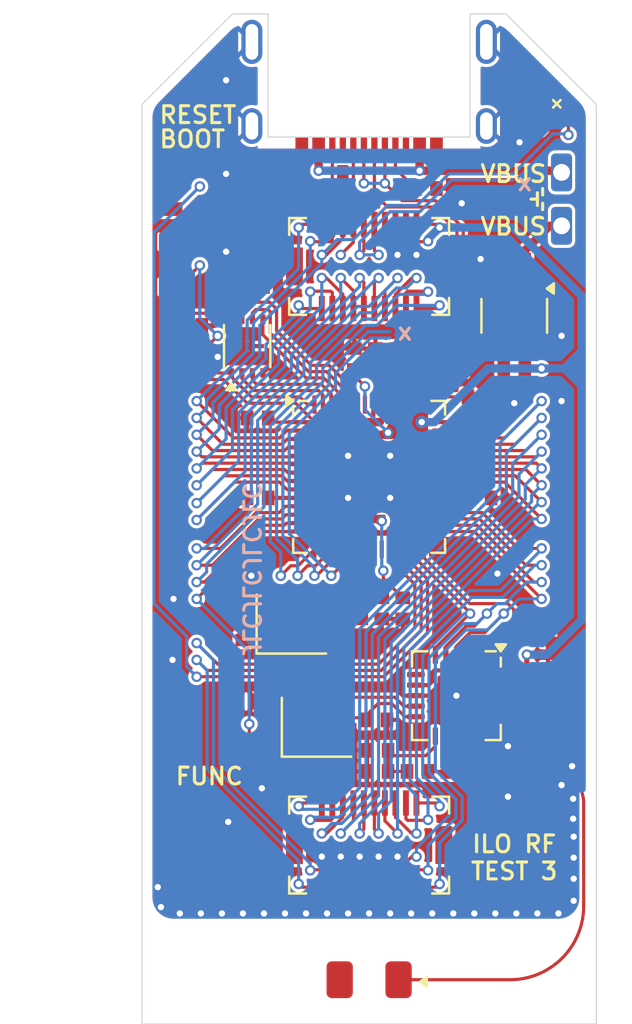
<source format=kicad_pcb>
(kicad_pcb (version 20240108) (generator "pcbnew") (generator_version "8.0")
  (layers (0 "F.Cu" signal) (31 "B.Cu" signal) (34 "B.Paste" user) (35 "F.Paste" user) (36 "B.SilkS" user "B.Silkscreen") (37 "F.SilkS" user "F.Silkscreen") (38 "B.Mask" user) (39 "F.Mask" user) (44 "Edge.Cuts" user))
  (net 0 "")
  (net 1 "GND")
  (net 2 "Net-(AE1-A)")
  (net 3 "+1V1")
  (net 4 "/BAT+")
  (net 5 "Net-(U1-USB_DP)")
  (net 6 "Net-(U1-USB_DM)")
  (net 7 "Net-(C3-Pad1)")
  (net 8 "+3V3")
  (net 9 "Net-(U4-XC2)")
  (net 10 "Net-(U4-XC1)")
  (net 11 "Net-(U4-VDDPA)")
  (net 12 "Net-(U4-DVDD)")
  (net 13 "Net-(U4-ANT1)")
  (net 14 "Net-(U4-ANT2)")
  (net 15 "/QSPI_SS")
  (net 16 "Net-(U4-IREF)")
  (net 17 "/XIN")
  (net 18 "/UBS_D+")
  (net 19 "/UBS_D-")
  (net 20 "/XOUT")
  (net 21 "/GP4")
  (net 23 "/GP15")
  (net 24 "/GP17")
  (net 25 "/GP13")
  (net 26 "/GP6")
  (net 27 "/QSPI_SD2")
  (net 28 "/QSPI_SD3")
  (net 29 "/GP24")
  (net 30 "/GP2")
  (net 31 "/GP11")
  (net 32 "/GP12")
  (net 33 "/QSPI_SCLK")
  (net 34 "/GP23")
  (net 35 "/GP7")
  (net 36 "/GP3")
  (net 37 "/GP5")
  (net 38 "/GP9")
  (net 39 "/ADC1")
  (net 40 "/GP22")
  (net 41 "/GP25")
  (net 42 "/ADC3")
  (net 43 "/QSPI_SD1")
  (net 44 "/ADC2")
  (net 45 "/ADC0")
  (net 46 "/QSPI_SD0")
  (net 47 "/GP8")
  (net 48 "/GP10")
  (net 49 "/GP14")
  (net 50 "VBUS")
  (net 51 "Net-(U1-RUN)")
  (net 54 "Net-(C47-Pad1)")
  (net 55 "Net-(J1-CC1)")
  (net 56 "/SPI_TX")
  (net 57 "/SPI_CLK")
  (net 58 "/SPI_RX")
  (net 59 "Net-(D1-K)")
  (net 60 "Net-(J1-CC2)")
  (net 61 "Net-(R20-Pad1)")
  (net 62 "unconnected-(J2-Pin_4-Pad4)")
  (net 63 "/UART_RX")
  (net 64 "/UART_TX")
  (net 65 "/SWDIO")
  (net 66 "/SWCLK")
  (net 67 "Net-(U5-EN)")
  (net 69 "/I2C_SCL")
  (net 70 "/I2C_SDA")
  (footprint "Diode_SMD:D_1206_3216Metric" (layer "F.Cu") (at 40 75.9 180)
    (property "Reference" "AE1" (hide yes))
    (property "Value" "Antenna")
  )
  (footprint "ILO_fp:0402_compact" (layer "F.Cu") (at 46.1 66)
    (property "Reference" "L3")
    (property "Value" "3.9nH" (hide yes))
  )
  (footprint "Package_TO_SOT_SMD:SOT-23-5" (layer "F.Cu") (at 46.9 44.35 180)
    (property "Reference" "U5" (hide yes))
    (property "Value" "LDK130")
  )
  (footprint "ILO_fp:0402_compact" (layer "F.Cu") (at 45.3 53 180)
    (property "Reference" "C12")
    (property "Value" "100nF" (hide yes))
  )
  (footprint "ILO_fp:0402_compact" (layer "F.Cu") (at 37.3 38.3)
    (property "Reference" "R51")
    (property "Value" "5.1KΩ" (hide yes))
  )
  (footprint "ILO_fp:0402_compact" (layer "F.Cu") (at 46.9 46.85)
    (property "Reference" "C4")
    (property "Value" "1uF" (hide yes))
  )
  (footprint "ILO_fp:0402_compact" (layer "F.Cu") (at 34 59.25 90)
    (property "Reference" "C2")
    (property "Value" "15pF" (hide yes))
  )
  (footprint "ILO_fp:0603" (layer "F.Cu") (at 47.71967 34.61967 135)
    (property "Reference" "R6" (hide yes))
    (property "Value" "20Ω" (hide yes))
  )
  (footprint "ILO_fp:0402_compact" (layer "F.Cu") (at 44.3 46.4 -90)
    (property "Reference" "C10")
    (property "Value" "1uF" (hide yes))
  )
  (footprint "ILO_fp:0402_compact" (layer "F.Cu") (at 31.55 46.8 180)
    (property "Reference" "R21")
    (property "Value" "10KΩ" (hide yes))
  )
  (footprint "ILO_fp:0402_compact" (layer "F.Cu") (at 40.4 66 180)
    (property "Reference" "C45")
    (property "Value" "2.2pF" (hide yes))
  )
  (footprint "ILO_fp:0402_compact" (layer "F.Cu") (at 39.3 46.4 -90)
    (property "Reference" "C6")
    (property "Value" "100nF" (hide yes))
  )
  (footprint "ILO_fp:0402_compact" (layer "F.Cu") (at 40.35 63.55)
    (property "Reference" "C44")
    (property "Value" "22pF" (hide yes))
  )
  (footprint "ILO_fp:0402_compact" (layer "F.Cu") (at 36.85 66)
    (property "Reference" "C43")
    (property "Value" "22pF" (hide yes))
  )
  (footprint "ILO_fp:Hirose_DF12NB" (layer "F.Cu") (at 40 42)
    (property "Reference" "J2" (hide yes))
    (property "Value" "Conn_01x20_Pin")
  )
  (footprint "Package_DFN_QFN:QFN-56-1EP_7x7mm_P0.4mm_EP3.2x3.2mm" (layer "F.Cu") (at 40 52)
    (property "Reference" "U1" (hide yes))
    (property "Value" "RP2040")
  )
  (footprint "ILO_fp:0402_compact" (layer "F.Cu") (at 48 66)
    (property "Reference" "C47")
    (property "Value" "1.5pF" (hide yes))
  )
  (footprint "ILO_fp:Alpsalpine_SKRP_compact" (layer "F.Cu") (at 32.675 38.2)
    (property "Reference" "SW2" (hide yes))
    (property "Value" "SW_Push")
  )
  (footprint "ILO_fp:0402_compact" (layer "F.Cu") (at 45.2 49.2 180)
    (property "Reference" "C15")
    (property "Value" "100nF" (hide yes))
  )
  (footprint "ILO_fp:Winbond_W25Q" (layer "F.Cu") (at 34.2 45.7875)
    (property "Reference" "U2" (hide yes))
    (property "Value" "FLASH")
  )
  (footprint "ILO_fp:0402_compact" (layer "F.Cu") (at 44.2 66 180)
    (property "Reference" "L1")
    (property "Value" "8.2nH" (hide yes))
  )
  (footprint "ILO_fp:0402_compact" (layer "F.Cu") (at 39.6 58.25 -90)
    (property "Reference" "R5")
    (property "Value" "1KΩ" (hide yes))
  )
  (footprint "ILO_fp:0402_compact" (layer "F.Cu") (at 48 65 180)
    (property "Reference" "C48")
    (property "Value" "1pF" (hide yes))
  )
  (footprint "ILO_fp:0402_compact" (layer "F.Cu") (at 41.6 58.25 90)
    (property "Reference" "C7")
    (property "Value" "100nF" (hide yes))
  )
  (footprint "Crystal:Crystal_SMD_2520-4Pin_2.5x2.0mm" (layer "F.Cu") (at 37.5 63.9)
    (property "Reference" "Y2" (hide yes))
    (property "Value" "16MHz")
  )
  (footprint "ILO_fp:0402_compact" (layer "F.Cu") (at 31.55 45.8 180)
    (property "Reference" "R20")
    (property "Value" "1KΩ" (hide yes))
  )
  (footprint "ILO_fp:0402_compact" (layer "F.Cu") (at 31.55 44.8 180)
    (property "Reference" "C20")
    (property "Value" "100nF" (hide yes))
  )
  (footprint "ILO_fp:0603_d" (layer "F.Cu") (at 47.71967 33.06967 -45)
    (property "Reference" "D1" (hide yes))
    (property "Value" "Diode" (hide yes))
  )
  (footprint "ILO_fp:0402_compact" (layer "F.Cu") (at 45.2 48.2 180)
    (property "Reference" "C16")
    (property "Value" "100nF" (hide yes))
  )
  (footprint "Crystal:Crystal_SMD_2520-4Pin_2.5x2.0mm" (layer "F.Cu") (at 36.3 59)
    (property "Reference" "Y1" (hide yes))
    (property "Value" "12MHz")
  )
  (footprint "ILO_fp:0402_compact" (layer "F.Cu") (at 48 61.2)
    (property "Reference" "C40")
    (property "Value" "10nF" (hide yes))
  )
  (footprint "ILO_fp:0402_compact" (layer "F.Cu") (at 46.9 41.7)
    (property "Reference" "C1")
    (property "Value" "1uF" (hide yes))
  )
  (footprint "ILO_fp:0402_compact" (layer "F.Cu") (at 40.3 46.4 -90)
    (property "Reference" "C9")
    (property "Value" "100nF" (hide yes))
  )
  (footprint "ILO_fp:QFN20_internal_routing" (layer "F.Cu") (at 44.15 62.4 180)
    (property "Reference" "U4" (hide yes))
    (property "Value" "NRF24")
  )
  (footprint "ILO_fp:0402_compact" (layer "F.Cu") (at 42.7 38.3)
    (property "Reference" "R50")
    (property "Value" "5.1KΩ" (hide yes))
  )
  (footprint "ILO_fp:Alpsalpine_SKRP_compact" (layer "F.Cu") (at 32.675 41.9)
    (property "Reference" "SW1" (hide yes))
    (property "Value" "SW_Push")
  )
  (footprint "ILO_fp:JLCPCB_SMT_hole" (layer "F.Cu") (at 49.55 76.75)
    (property "Reference" "REF**" (hide yes))
    (property "Value" "SMT" (hide yes))
  )
  (footprint "ILO_fp:0402_compact" (layer "F.Cu") (at 42.3 66 180)
    (property "Reference" "L2")
    (property "Value" "2.7nH" (hide yes))
  )
  (footprint "ILO_fp:Header_2x_compact" (layer "F.Cu") (at 49.15 37.53)
    (property "Reference" "SW4" (hide yes))
    (property "Value" "SW_Push")
  )
  (footprint "ILO_fp:JLCPCB_SMT_hole" (layer "F.Cu") (at 30.45 74.25)
    (property "Reference" "REF**" (hide yes))
    (property "Value" "SMT" (hide yes))
  )
  (footprint "ILO_fp:0402_compact" (layer "F.Cu") (at 42.3 46.4 90)
    (property "Reference" "R4")
    (property "Value" "27Ω" (hide yes))
  )
  (footprint "ILO_fp:0402_compact" (layer "F.Cu") (at 34.7 53)
    (property "Reference" "C13")
    (property "Value" "100nF" (hide yes))
  )
  (footprint "ILO_fp:0402_compact" (layer "F.Cu") (at 48 59.7)
    (property "Reference" "C42")
    (property "Value" "33nF" (hide yes))
  )
  (footprint "ILO_fp:Hirose_DF12NB" (layer "F.Cu") (at 40 69.5)
    (property "Reference" "J3" (hide yes))
    (property "Value" "Conn_01x20_Pin")
  )
  (footprint "ILO_fp:0402_compact" (layer "F.Cu") (at 41.3 46.4 90)
    (property "Reference" "R3")
    (property "Value" "27Ω" (hide yes))
  )
  (footprint "ILO_fp:USB_C2927298" (layer "F.Cu") (at 40 33.8925 180)
    (property "Reference" "J1" (hide yes))
    (property "Value" "USB_C" (hide yes))
  )
  (footprint "ILO_fp:0402_compact" (layer "F.Cu") (at 48 62.2)
    (property "Reference" "C41")
    (property "Value" "1nF" (hide yes))
  )
  (footprint "ILO_fp:0402_compact" (layer "F.Cu") (at 40.6 58.25 90)
    (property "Reference" "C14")
    (property "Value" "100nF" (hide yes))
  )
  (footprint "ILO_fp:0402_compact" (layer "F.Cu") (at 38.6 59.25 -90)
    (property "Reference" "C3")
    (property "Value" "15pF" (hide yes))
  )
  (footprint "ILO_fp:0402_compact" (layer "F.Cu") (at 43.3 46.4 -90)
    (property "Reference" "C8")
    (property "Value" "1uF" (hide yes))
  )
  (footprint "ILO_fp:Alpsalpine_SKRP_compact" (layer "F.Cu") (at 32.675 63.75 180)
    (property "Reference" "SW3" (hide yes))
    (property "Value" "SW_Push")
  )
  (footprint "ILO_fp:0402_compact" (layer "F.Cu") (at 34.7 49.2)
    (property "Reference" "C11")
    (property "Value" "100nF" (hide yes))
  )
  (footprint "ILO_fp:0402_compact" (layer "F.Cu") (at 48 63.55 180)
    (property "Reference" "R40")
    (property "Value" "22KΩ" (hide yes))
  )
  (footprint "ILO_fp:0402_compact" (layer "F.Cu") (at 40.4 65 180)
    (property "Reference" "C46")
    (property "Value" "4.7pF" (hide yes))
  )
  (gr_line (start 48.25 38.3) (end 48.25 38.6) (stroke (width 0.15)) (layer "F.SilkS"))
  (gr_line (start 48 38.8) (end 47.7 38.8) (stroke (width 0.15)) (layer "F.SilkS"))
  (gr_line (start 48 39.1) (end 48 38.5) (stroke (width 0.15)) (layer "F.SilkS"))
  (gr_line (start 48.25 39) (end 48.25 39.3) (stroke (width 0.15)) (layer "F.SilkS"))
  (gr_poly (pts (xy 42.4 76) (xy 42.75 76.25) (xy 42.75 75.75)) (stroke (width 0.1)) (fill solid) (layer "F.SilkS"))
  (gr_line (start 50.8 78) (end 29.2 78) (stroke (width 0.05)) (layer "Edge.Cuts"))
  (gr_line (start 35.2 30) (end 35.2 35.85) (stroke (width 0.05)) (layer "Edge.Cuts"))
  (gr_line (start 44.8 30) (end 46.5 30) (stroke (width 0.05)) (layer "Edge.Cuts"))
  (gr_line (start 35.2 30) (end 33.5 30) (stroke (width 0.05)) (layer "Edge.Cuts"))
  (gr_line (start 44.8 30) (end 44.8 35.85) (stroke (width 0.05)) (layer "Edge.Cuts"))
  (gr_line (start 35.2 35.85) (end 44.8 35.85) (stroke (width 0.05)) (layer "Edge.Cuts"))
  (gr_line (start 46.5 30) (end 50.8 34.3) (stroke (width 0.05)) (layer "Edge.Cuts"))
  (gr_line (start 29.2 78) (end 29.2 34.3) (stroke (width 0.05)) (layer "Edge.Cuts"))
  (gr_line (start 50.8 34.3) (end 50.8 78) (stroke (width 0.05)) (layer "Edge.Cuts"))
  (gr_line (start 33.5 30) (end 29.2 34.3) (stroke (width 0.05)) (layer "Edge.Cuts"))
  (gr_text "x" (at 41.7 45.1 0) (layer "B.SilkS") (effects (font (size 0.8 0.8) (thickness 0.15) (bold yes))))
  (gr_text "JLCJLCJLCJLC" (at 34.4 56.4 -90) (layer "B.SilkS") (effects (font (size 0.8 0.8) (thickness 0.15) (bold yes)) (justify mirror)))
  (gr_text "x" (at 47.4 38 0) (layer "B.SilkS") (effects (font (size 0.8 0.8) (thickness 0.15) (bold yes))))
  (gr_text "RESET" (at 29.95 34.8 0) (layer "F.SilkS") (effects (font (size 0.8 0.8) (thickness 0.15) (bold yes)) (justify left)))
  (gr_text "BOOT" (at 29.95 35.95 0) (layer "F.SilkS") (effects (font (size 0.8 0.8) (thickness 0.15) (bold yes)) (justify left)))
  (gr_text "FUNC" (at 32.4 66.7 0) (layer "F.SilkS") (effects (font (size 0.8 0.8) (thickness 0.15) (bold yes)) (justify bottom)))
  (gr_text "VBUS" (at 48.5 40.1 0) (layer "F.SilkS") (effects (font (size 0.8 0.8) (thickness 0.15) (bold yes)) (justify right)))
  (gr_text "ILO RF\nTEST 3" (at 46.9 70.1 0) (layer "F.SilkS") (effects (font (size 0.8 0.8))))
  (gr_text "VBUS" (at 48.5 37.6 0) (layer "F.SilkS") (effects (font (size 0.8 0.8) (thickness 0.15) (bold yes)) (justify right)))
  (segment (start 40.25 71.5) (end 40.25 72.3) (width 0.15) (layer "F.Cu") (net 1))
  (segment (start 40.75 40.85) (end 41.35 41.45) (width 0.15) (layer "F.Cu") (net 1))
  (segment (start 41.25 40.674264) (end 42.025736 41.45) (width 0.15) (layer "F.Cu") (net 1))
  (segment (start 39.25 71.5) (end 39.25 72.3) (width 0.15) (layer "F.Cu") (net 1))
  (segment (start 40.75 40) (end 40.75 40.85) (width 0.15) (layer "F.Cu") (net 1))
  (segment (start 42.025736 41.45) (end 42.25 41.45) (width 0.15) (layer "F.Cu") (net 1))
  (segment (start 38.75 71.5) (end 38.75 72.3) (width 0.15) (layer "F.Cu") (net 1))
  (segment (start 40.75 71.5) (end 40.75 72.3) (width 0.15) (layer "F.Cu") (net 1))
  (segment (start 39.75 71.5) (end 39.75 72.3) (width 0.15) (layer "F.Cu") (net 1))
  (segment (start 41.25 40) (end 41.25 40.674264) (width 0.15) (layer "F.Cu") (net 1))
  (via (at 49.7 67.3) (size 0.5) (drill 0.3) (layers "F.Cu" "B.Cu") (net 1))
  (via (at 42 72.75) (size 0.5) (drill 0.3) (layers "F.Cu" "B.Cu") (net 1))
  (via (at 47 72.75) (size 0.5) (drill 0.3) (layers "F.Cu" "B.Cu") (net 1))
  (via (at 49.65 65.75) (size 0.5) (drill 0.3) (layers "F.Cu" "B.Cu") (net 1))
  (via (at 33.2 41.3) (size 0.5) (drill 0.3) (layers "F.Cu" "B.Cu") (net 1))
  (via (at 46.6 67.2) (size 0.5) (drill 0.3) (layers "F.Cu" "B.Cu") (net 1))
  (via (at 39.55 70.05) (size 0.5) (drill 0.3) (layers "F.Cu" "B.Cu") (net 1))
  (via (at 41 72.75) (size 0.5) (drill 0.3) (layers "F.Cu" "B.Cu") (net 1))
  (via (at 46.6 64.8) (size 0.5) (drill 0.3) (layers "F.Cu" "B.Cu") (net 1))
  (via (at 44 72.75) (size 0.5) (drill 0.3) (layers "F.Cu" "B.Cu") (net 1))
  (via (at 30.7 57.8) (size 0.5) (drill 0.3) (layers "F.Cu" "B.Cu") (net 1))
  (via (at 41.35 41.45) (size 0.5) (drill 0.3) (layers "F.Cu" "B.Cu") (net 1))
  (via (at 36 72.75) (size 0.5) (drill 0.3) (layers "F.Cu" "B.Cu") (net 1))
  (via (at 49.15 48.4) (size 0.5) (drill 0.3) (layers "F.Cu" "B.Cu") (net 1))
  (via (at 49 72.75) (size 0.5) (drill 0.3) (layers "F.Cu" "B.Cu") (net 1))
  (via (at 33.2 37.6) (size 0.5) (drill 0.3) (layers "F.Cu" "B.Cu") (net 1))
  (via (at 32 72.75) (size 0.5) (drill 0.3) (layers "F.Cu" "B.Cu") (net 1))
  (via (at 31 72.75) (size 0.5) (drill 0.3) (layers "F.Cu" "B.Cu") (net 1))
  (via (at 46 72.75) (size 0.5) (drill 0.3) (layers "F.Cu" "B.Cu") (net 1))
  (via (at 33.2 33.15) (size 0.5) (drill 0.3) (layers "F.Cu" "B.Cu") (net 1))
  (via (at 41 53) (size 0.6) (drill 0.3) (layers "F.Cu" "B.Cu") (net 1))
  (via (at 44.15 62.4) (size 0.5) (drill 0.3) (layers "F.Cu" "B.Cu") (net 1))
  (via (at 49.725 69.1) (size 0.5) (drill 0.3) (layers "F.Cu" "B.Cu") (net 1))
  (via (at 49.723191 72.147402) (size 0.5) (drill 0.3) (layers "F.Cu" "B.Cu") (net 1))
  (via (at 33 72.75) (size 0.5) (drill 0.3) (layers "F.Cu" "B.Cu") (net 1))
  (via (at 42.25 41.45) (size 0.5) (drill 0.3) (layers "F.Cu" "B.Cu") (net 1))
  (via (at 38.65 70.05) (size 0.5) (drill 0.3) (layers "F.Cu" "B.Cu") (net 1))
  (via (at 30.1 72.45) (size 0.5) (drill 0.3) (layers "F.Cu" "B.Cu") (net 1))
  (via (at 49.15 45.3) (size 0.5) (drill 0.3) (layers "F.Cu" "B.Cu") (net 1))
  (via (at 38 72.75) (size 0.5) (drill 0.3) (layers "F.Cu" "B.Cu") (net 1))
  (via (at 44.4 39) (size 0.5) (drill 0.3) (layers "F.Cu" "B.Cu") (net 1))
  (via (at 33.3 68.4) (size 0.5) (drill 0.3) (layers "F.Cu" "B.Cu") (net 1))
  (via (at 49.725 71.1) (size 0.5) (drill 0.3) (layers "F.Cu" "B.Cu") (net 1))
  (via (at 46.9 48.5) (size 0.5) (drill 0.3) (layers "F.Cu" "B.Cu") (net 1))
  (via (at 37.75 70.05) (size 0.5) (drill 0.3) (layers "F.Cu" "B.Cu") (net 1))
  (via (at 30.65 60.7) (size 0.5) (drill 0.3) (layers "F.Cu" "B.Cu") (net 1))
  (via (at 49.15 66.65) (size 0.5) (drill 0.3) (layers "F.Cu" "B.Cu") (net 1))
  (via (at 41 51) (size 0.6) (drill 0.3) (layers "F.Cu" "B.Cu") (net 1))
  (via (at 49.725 70.1) (size 0.5) (drill 0.3) (layers "F.Cu" "B.Cu") (net 1))
  (via (at 40.45 70.05) (size 0.5) (drill 0.3) (layers "F.Cu" "B.Cu") (net 1))
  (via (at 49.7 68.25) (size 0.5) (drill 0.3) (layers "F.Cu" "B.Cu") (net 1))
  (via (at 35 72.75) (size 0.5) (drill 0.3) (layers "F.Cu" "B.Cu") (net 1))
  (via (at 29.95 71.5) (size 0.5) (drill 0.3) (layers "F.Cu" "B.Cu") (net 1))
  (via (at 46.1 56.6) (size 0.5) (drill 0.3) (layers "F.Cu" "B.Cu") (net 1))
  (via (at 43 72.75) (size 0.5) (drill 0.3) (layers "F.Cu" "B.Cu") (net 1))
  (via (at 34.4 56.7) (size 0.5) (drill 0.3) (layers "F.Cu" "B.Cu") (net 1))
  (via (at 32.8 46.3) (size 0.5) (drill 0.3) (layers "F.Cu" "B.Cu") (net 1))
  (via (at 34 72.75) (size 0.5) (drill 0.3) (layers "F.Cu" "B.Cu") (net 1))
  (via (at 45.3 41.65) (size 0.5) (drill 0.3) (layers "F.Cu" "B.Cu") (net 1))
  (via (at 41.35 70.05) (size 0.5) (drill 0.3) (layers "F.Cu" "B.Cu") (net 1))
  (via (at 37 72.75) (size 0.5) (drill 0.3) (layers "F.Cu" "B.Cu") (net 1))
  (via (at 39 72.75) (size 0.5) (drill 0.3) (layers "F.Cu" "B.Cu") (net 1))
  (via (at 45 72.75) (size 0.5) (drill 0.3) (layers "F.Cu" "B.Cu") (net 1))
  (via (at 47.15 36.1) (size 0.5) (drill 0.3) (layers "F.Cu" "B.Cu") (net 1))
  (via (at 39 51) (size 0.6) (drill 0.3) (layers "F.Cu" "B.Cu") (net 1))
  (via (at 40 72.75) (size 0.5) (drill 0.3) (layers "F.Cu" "B.Cu") (net 1))
  (via (at 34.9 66.8) (size 0.5) (drill 0.3) (layers "F.Cu" "B.Cu") (net 1))
  (via (at 48 72.75) (size 0.5) (drill 0.3) (layers "F.Cu" "B.Cu") (net 1))
  (via (at 39 53) (size 0.6) (drill 0.3) (layers "F.Cu" "B.Cu") (net 1))
  (segment (start 48.604842 66) (end 48.5 66) (width 0.2) (layer "F.Cu") (net 2))
  (segment (start 48.697803 65.802197) (end 48.5 66) (width 0.15) (layer "F.Cu") (net 2))
  (segment (start 48.5 66) (end 48.5 65) (width 0.15) (layer "F.Cu") (net 2))
  (segment (start 48.5 66) (end 48.7 66) (width 0.15) (layer "F.Cu") (net 2))
  (segment (start 48.652421 65.952421) (end 48.604842 66) (width 0.2) (layer "F.Cu") (net 2))
  (segment (start 50.2 72.4) (end 50.2 71.95) (width 0.15) (layer "F.Cu") (net 2))
  (segment (start 50.2 67.5) (end 50.2 72) (width 0.15) (layer "F.Cu") (net 2))
  (segment (start 41.4 75.9) (end 46.7 75.9) (width 0.15) (layer "F.Cu") (net 2))
  (arc (start 48.7 66) (mid 49.76066 66.43934) (end 50.2 67.5) (width 0.15) (layer "F.Cu") (net 2))
  (arc (start 50.2 72.4) (mid 49.174874 74.874874) (end 46.7 75.9) (width 0.15) (layer "F.Cu") (net 2))
  (segment (start 42.85 47.55) (end 43.3 47.1) (width 0.15) (layer "F.Cu") (net 3))
  (segment (start 39.8 47.7) (end 39.8 48.5625) (width 0.15) (layer "F.Cu") (net 3))
  (segment (start 39.8 47.7) (end 39.3 47.2) (width 0.15) (layer "F.Cu") (net 3))
  (segment (start 41.8 48.5625) (end 41.8 48.036398) (width 0.15) (layer "F.Cu") (net 3))
  (segment (start 40.675 56.825) (end 41.6 57.75) (width 0.15) (layer "F.Cu") (net 3))
  (segment (start 40.675 56.464124) (end 40.6 56.389124) (width 0.15) (layer "F.Cu") (net 3))
  (segment (start 40.675 56.464124) (end 40.675 56.825) (width 0.15) (layer "F.Cu") (net 3))
  (segment (start 43.3 47.1) (end 43.3 46.9) (width 0.15) (layer "F.Cu") (net 3))
  (segment (start 42.286398 47.55) (end 42.85 47.55) (width 0.15) (layer "F.Cu") (net 3))
  (segment (start 41.8 48.036398) (end 42.286398 47.55) (width 0.15) (layer "F.Cu") (net 3))
  (segment (start 40.6 56.389124) (end 40.6 55.4375) (width 0.15) (layer "F.Cu") (net 3))
  (segment (start 39.3 47.2) (end 39.3 46.9) (width 0.15) (layer "F.Cu") (net 3))
  (via (at 39.8 47.7) (size 0.5) (drill 0.3) (layers "F.Cu" "B.Cu") (net 3))
  (via (at 40.9 49.9) (size 0.5) (drill 0.3) (layers "F.Cu" "B.Cu") (net 3))
  (via (at 40.6 54.1) (size 0.5) (drill 0.3) (layers "F.Cu" "B.Cu") (net 3))
  (via (at 40.675 56.464124) (size 0.5) (drill 0.3) (layers "F.Cu" "B.Cu") (net 3))
  (segment (start 40.675 56.464124) (end 40.6 56.389124) (width 0.15) (layer "B.Cu") (net 3))
  (segment (start 40.9 49.9) (end 39.8 48.8) (width 0.15) (layer "B.Cu") (net 3))
  (segment (start 39.8 48.8) (end 39.8 47.7) (width 0.15) (layer "B.Cu") (net 3))
  (segment (start 40.6 56.389124) (end 40.6 54.1) (width 0.15) (layer "B.Cu") (net 3))
  (segment (start 40.25 41.25) (end 40.45 41.45) (width 0.15) (layer "F.Cu") (net 4))
  (segment (start 39.75 41.25) (end 39.55 41.45) (width 0.15) (layer "F.Cu") (net 4))
  (segment (start 40.25 40) (end 40.25 41.25) (width 0.15) (layer "F.Cu") (net 4))
  (segment (start 39.75 40) (end 39.75 41.25) (width 0.15) (layer "F.Cu") (net 4))
  (via (at 39.55 41.45) (size 0.5) (drill 0.3) (layers "F.Cu" "B.Cu") (net 4))
  (via (at 40.45 41.45) (size 0.5) (drill 0.3) (layers "F.Cu" "B.Cu") (net 4))
  (segment (start 39.55 41.45) (end 39.55 40.85) (width 0.15) (layer "B.Cu") (net 4))
  (segment (start 43.912132 37.9) (end 46.8 37.9) (width 0.15) (layer "B.Cu") (net 4))
  (segment (start 39.55 41.45) (end 39.55 41.5) (width 0.15) (layer "B.Cu") (net 4))
  (segment (start 42.412132 39.4) (end 43.912132 37.9) (width 0.15) (layer "B.Cu") (net 4))
  (segment (start 39.55 40.85) (end 41 39.4) (width 0.15) (layer "B.Cu") (net 4))
  (segment (start 39.55 41.45) (end 40.45 41.45) (width 0.15) (layer "B.Cu") (net 4))
  (segment (start 41 39.4) (end 42.412132 39.4) (width 0.15) (layer "B.Cu") (net 4))
  (segment (start 41.3 47.54645) (end 41.3 46.9) (width 0.15) (layer "F.Cu") (net 5))
  (segment (start 41 47.84645) (end 41.3 47.54645) (width 0.15) (layer "F.Cu") (net 5))
  (segment (start 41 48.5625) (end 41 47.84645) (width 0.15) (layer "F.Cu") (net 5))
  (segment (start 42.3 47.041424) (end 41.4 47.941424) (width 0.15) (layer "F.Cu") (net 6))
  (segment (start 42.3 46.9) (end 42.3 47.041424) (width 0.15) (layer "F.Cu") (net 6))
  (segment (start 41.4 47.941424) (end 41.4 48.5625) (width 0.15) (layer "F.Cu") (net 6))
  (segment (start 39.6 58.75) (end 38.6 58.75) (width 0.15) (layer "F.Cu") (net 7))
  (segment (start 37.55 58.3) (end 38 58.75) (width 0.15) (layer "F.Cu") (net 7))
  (segment (start 37.175 58.3) (end 37.55 58.3) (width 0.15) (layer "F.Cu") (net 7))
  (segment (start 38 58.75) (end 38.6 58.75) (width 0.15) (layer "F.Cu") (net 7))
  (segment (start 38.6 58.6) (end 38.8 58.8) (width 0.15) (layer "F.Cu") (net 7))
  (segment (start 40.2 55.4375) (end 40.2 54.65) (width 0.2) (layer "F.Cu") (net 8))
  (segment (start 35.4 49.4) (end 35.2 49.2) (width 0.15) (layer "F.Cu") (net 8))
  (segment (start 40.4 47) (end 40.3 46.9) (width 0.15) (layer "F.Cu") (net 8))
  (segment (start 45.3 61.35) (end 45.3 62.4) (width 0.2) (layer "F.Cu") (net 8))
  (segment (start 45.15 64.325) (end 45.15 63.7) (width 0.2) (layer "F.Cu") (net 8))
  (segment (start 34.2 48.5) (end 36.509706 48.5) (width 0.15) (layer "F.Cu") (net 8))
  (segment (start 42.821837 61.9) (end 43 61.721837) (width 0.2) (layer "F.Cu") (net 8))
  (segment (start 40.2 56.95) (end 40.6 57.35) (width 0.15) (layer "F.Cu") (net 8))
  (segment (start 31.05 46.8) (end 30.95 46.8) (width 0.15) (layer "F.Cu") (net 8))
  (segment (start 43.4375 49.4) (end 42.5 49.4) (width 0.2) (layer "F.Cu") (net 8))
  (segment (start 33.075 47.375) (end 34.2 48.5) (width 0.15) (layer "F.Cu") (net 8))
  (segment (start 40.6 48.8) (end 40.6 49.4) (width 0.2) (layer "F.Cu") (net 8))
  (segment (start 45.15 60.475) (end 45.15 61.2) (width 0.2) (layer "F.Cu") (net 8))
  (segment (start 40.4 47.9) (end 40.6 48.1) (width 0.15) (layer "F.Cu") (net 8))
  (segment (start 43.35 47.85) (end 42.45 47.85) (width 0.15) (layer "F.Cu") (net 8))
  (segment (start 41.75 40.75) (end 41.825 40.825) (width 0.15) (layer "F.Cu") (net 8))
  (segment (start 44.5 49.4) (end 44.7 49.2) (width 0.15) (layer "F.Cu") (net 8))
  (segment (start 47.5 60.450002) (end 47.5 61.2) (width 0.25) (layer "F.Cu") (net 8))
  (segment (start 42.45 47.85) (end 42.2 48.1) (width 0.15) (layer "F.Cu") (net 8))
  (segment (start 36.509706 48.5) (end 37.359706 49.35) (width 0.15) (layer "F.Cu") (net 8))
  (segment (start 36.5625 53) (end 35.2 53) (width 0.2) (layer "F.Cu") (net 8))
  (segment (start 40.2 48.5625) (end 40.2 48.1) (width 0.15) (layer "F.Cu") (net 8))
  (segment (start 45.15 63.7) (end 45.3 63.55) (width 0.2) (layer "F.Cu") (net 8))
  (segment (start 36.5625 49.4) (end 35.4 49.4) (width 0.15) (layer "F.Cu") (net 8))
  (segment (start 43.2 40) (end 43.35 40.15) (width 0.15) (layer "F.Cu") (net 8))
  (segment (start 40.6 48.5625) (end 40.6 48.8) (width 0.2) (layer "F.Cu") (net 8))
  (segment (start 40.2 55.4375) (end 40.2 56.95) (width 0.15) (layer "F.Cu") (net 8))
  (segment (start 43.4375 49.4) (end 44.5 49.4) (width 0.15) (layer "F.Cu") (net 8))
  (segment (start 47.5 62.2) (end 47.3 62.4) (width 0.25) (layer "F.Cu") (net 8))
  (segment (start 45.15 61.2) (end 45.3 61.35) (width 0.2) (layer "F.Cu") (net 8))
  (segment (start 42.775 40.825) (end 42.8 40.8) (width 0.15) (layer "F.Cu") (net 8))
  (segment (start 41.825 40.825) (end 42.775 40.825) (width 0.15) (layer "F.Cu") (net 8))
  (segment (start 47.3 62.4) (end 46.075 62.4) (width 0.25) (layer "F.Cu") (net 8))
  (segment (start 31.625 47.375) (end 33.075 47.375) (width 0.15) (layer "F.Cu") (net 8))
  (segment (start 42.8375 48.5625) (end 43.2 48.2) (width 0.15) (layer "F.Cu") (net 8))
  (segment (start 42.6 48.5625) (end 42.8375 48.5625) (width 0.15) (layer "F.Cu") (net 8))
  (segment (start 43.2 48.2) (end 44.7 48.2) (width 0.15) (layer "F.Cu") (net 8))
  (segment (start 40.2 55.4375) (end 40.2 55.25) (width 0.15) (layer "F.Cu") (net 8))
  (segment (start 42.225 61.9) (end 42.821837 61.9) (width 0.2) (layer "F.Cu") (net 8))
  (segment (start 31.05 46.8) (end 31.625 47.375) (width 0.15) (layer "F.Cu") (net 8))
  (segment (start 46.075 62.4) (end 45.3 62.4) (width 0.2) (layer "F.Cu") (net 8))
  (segment (start 44.3 46.9) (end 43.35 47.85) (width 0.15) (layer "F.Cu") (net 8))
  (segment (start 40.2 48.1) (end 40.4 47.9) (width 0.15) (layer "F.Cu") (net 8))
  (segment (start 43 61.721837) (end 43 61.3) (width 0.2) (layer "F.Cu") (net 8))
  (segment (start 43.4375 53) (end 42.3 53) (width 0.2) (layer "F.Cu") (net 8))
  (segment (start 33.1625 44.225) (end 33.45 44.5125) (width 0.15) (layer "F.Cu") (net 8))
  (segment (start 45.3 63.55) (end 45.3 62.4) (width 0.2) (layer "F.Cu") (net 8))
  (segment (start 45.1 61.2) (end 45.15 61.15) (width 0.2) (layer "F.Cu") (net 8))
  (segment (start 47.4 46.85) (end 48.2 46.85) (width 0.4) (layer "F.Cu") (net 8))
  (segment (start 31.05 44.8) (end 31.625 44.225) (width 0.15) (layer "F.Cu") (net 8))
  (segment (start 40.4 47.9) (end 40.4 47) (width 0.15) (layer "F.Cu") (net 8))
  (segment (start 43.4375 53) (end 44.8 53) (width 0.15) (layer "F.Cu") (net 8))
  (segment (start 36.5625 49.4) (end 37.4 49.4) (width 0.2) (layer "F.Cu") (net 8))
  (segment (start 41.75 40) (end 41.75 40.75) (width 0.15) (layer "F.Cu") (net 8))
  (segment (start 47.4 46.85) (end 47.4 45.9375) (width 0.4) (layer "F.Cu") (net 8))
  (segment (start 47.5 62.2) (end 47.5 61.2) (width 0.25) (layer "F.Cu") (net 8))
  (segment (start 36.8 53) (end 37.4 53) (width 0.2) (layer "F.Cu") (net 8))
  (segment (start 31.15 46.9) (end 31.05 46.8) (width 0.15) (layer "F.Cu") (net 8))
  (segment (start 43.1 61.2) (end 45.1 61.2) (width 0.2) (layer "F.Cu") (net 8))
  (segment (start 42.25 40) (end 43.2 40) (width 0.15) (layer "F.Cu") (net 8))
  (segment (start 30.525 45.325) (end 31.05 44.8) (width 0.15) (layer "F.Cu") (net 8))
  (segment (start 31.625 44.225) (end 33.1625 44.225) (width 0.15) (layer "F.Cu") (net 8))
  (segment (start 30.525 46.375) (end 30.525 45.325) (width 0.15) (layer "F.Cu") (net 8))
  (segment (start 36.5625 53) (end 36.8 53) (width 0.2) (layer "F.Cu") (net 8))
  (segment (start 40.2 48.5625) (end 40.2 49.4) (width 0.2) (layer "F.Cu") (net 8))
  (segment (start 40.6 48.1) (end 40.6 48.5625) (width 0.15) (layer "F.Cu") (net 8))
  (segment (start 43 61.3) (end 43.1 61.2) (width 0.2) (layer "F.Cu") (net 8))
  (segment (start 40.6 57.35) (end 40.6 57.75) (width 0.15) (layer "F.Cu") (net 8))
  (segment (start 47.4 45.9375) (end 47.85 45.4875) (width 0.4) (layer "F.Cu") (net 8))
  (segment (start 30.95 46.8) (end 30.525 46.375) (width 0.15) (layer "F.Cu") (net 8))
  (segment (start 42.2 48.1) (end 42.2 48.5625) (width 0.15) (layer "F.Cu") (net 8))
  (segment (start 45.15 61.15) (end 45.15 60.475) (width 0.2) (layer "F.Cu") (net 8))
  (via (at 43.35 40.15) (size 0.5) (drill 0.3) (layers "F.Cu" "B.Cu") (net 8))
  (via (at 42.5 49.4) (size 0.6) (drill 0.3) (layers "F.Cu" "B.Cu") (net 8))
  (via (at 42.8 40.8) (size 0.5) (drill 0.3) (layers "F.Cu" "B.Cu") (net 8))
  (via (at 47.5 60.450002) (size 0.5) (drill 0.3) (layers "F.Cu" "B.Cu") (net 8))
  (via (at 48.2 46.85) (size 0.5) (drill 0.3) (layers "F.Cu" "B.Cu") (net 8))
  (segment (start 43.1 49.4) (end 42.5 49.4) (width 0.4) (layer "B.Cu") (net 8))
  (segment (start 50.1 58.8) (end 50.1 43.4) (width 0.4) (layer "B.Cu") (net 8))
  (segment (start 46.85 40.15) (end 43.35 40.15) (width 0.4) (layer "B.Cu") (net 8))
  (segment (start 48.2 46.85) (end 49.6 46.85) (width 0.4) (layer "B.Cu") (net 8))
  (segment (start 42.8 40.7) (end 43.35 40.15) (width 0.4) (layer "B.Cu") (net 8))
  (segment (start 42.8 40.8) (end 42.8 40.7) (width 0.4) (layer "B.Cu") (net 8))
  (segment (start 48.2 46.85) (end 45.65 46.85) (width 0.4) (layer "B.Cu") (net 8))
  (segment (start 47.5 60.450002) (end 48.449998 60.450002) (width 0.4) (layer "B.Cu") (net 8))
  (segment (start 45.65 46.85) (end 43.1 49.4) (width 0.4) (layer "B.Cu") (net 8))
  (segment (start 50.1 43.4) (end 46.85 40.15) (width 0.4) (layer "B.Cu") (net 8))
  (segment (start 48.449998 60.450002) (end 50.1 58.8) (width 0.4) (layer "B.Cu") (net 8))
  (segment (start 36.35 64.875) (end 36.625 64.6) (width 0.15) (layer "F.Cu") (net 9))
  (segment (start 42.225 62.9) (end 41.65 62.9) (width 0.15) (layer "F.Cu") (net 9))
  (segment (start 37.5 62.65) (end 37.5 63.725) (width 0.15) (layer "F.Cu") (net 9))
  (segment (start 37.675 62.475) (end 37.5 62.65) (width 0.15) (layer "F.Cu") (net 9))
  (segment (start 37.5 63.725) (end 36.625 64.6) (width 0.15) (layer "F.Cu") (net 9))
  (segment (start 36.35 66) (end 36.35 64.875) (width 0.15) (layer "F.Cu") (net 9))
  (segment (start 41.225 62.475) (end 37.675 62.475) (width 0.15) (layer "F.Cu") (net 9))
  (segment (start 41.65 62.9) (end 41.225 62.475) (width 0.15) (layer "F.Cu") (net 9))
  (segment (start 42.225 63.4) (end 41.7 63.4) (width 0.15) (layer "F.Cu") (net 10))
  (segment (start 39.85 63.35) (end 39.85 63.55) (width 0.15) (layer "F.Cu") (net 10))
  (segment (start 38.55 62.975) (end 38.375 63.15) (width 0.15) (layer "F.Cu") (net 10))
  (segment (start 38.375 63.2) (end 38.625 63.45) (width 0.15) (layer "F.Cu") (net 10))
  (segment (start 38.675 63.45) (end 38.375 63.15) (width 0.15) (layer "F.Cu") (net 10))
  (segment (start 40.425 62.775) (end 39.85 63.35) (width 0.15) (layer "F.Cu") (net 10))
  (segment (start 39.75 63.45) (end 39.85 63.55) (width 0.15) (layer "F.Cu") (net 10))
  (segment (start 38.625 63.45) (end 39.75 63.45) (width 0.15) (layer "F.Cu") (net 10))
  (segment (start 41.7 63.4) (end 41.075 62.775) (width 0.15) (layer "F.Cu") (net 10))
  (segment (start 41.075 62.775) (end 40.425 62.775) (width 0.15) (layer "F.Cu") (net 10))
  (segment (start 42.7 65.25) (end 43.15 64.8) (width 0.15) (layer "F.Cu") (net 11))
  (segment (start 41.8 66) (end 40.9 66) (width 0.15) (layer "F.Cu") (net 11))
  (segment (start 40.9 65) (end 41.15 65.25) (width 0.15) (layer "F.Cu") (net 11))
  (segment (start 40.9 65) (end 40.9 66) (width 0.15) (layer "F.Cu") (net 11))
  (segment (start 41.15 65.25) (end 42.7 65.25) (width 0.15) (layer "F.Cu") (net 11))
  (segment (start 43.15 64.65) (end 43.15 64.325) (width 0.15) (layer "F.Cu") (net 11))
  (segment (start 43.15 64.8) (end 43.15 64.325) (width 0.15) (layer "F.Cu") (net 11))
  (segment (start 46.9 60.3) (end 47.5 59.7) (width 0.15) (layer "F.Cu") (net 12))
  (segment (start 46.9 61.5) (end 46.9 60.3) (width 0.15) (layer "F.Cu") (net 12))
  (segment (start 46.075 61.9) (end 46.5 61.9) (width 0.15) (layer "F.Cu") (net 12))
  (segment (start 46.5 61.9) (end 46.9 61.5) (width 0.15) (layer "F.Cu") (net 12))
  (segment (start 43.7 66) (end 42.8 66) (width 0.15) (layer "F.Cu") (net 13))
  (segment (start 43.65 64.325) (end 43.65 65.95) (width 0.15) (layer "F.Cu") (net 13))
  (segment (start 43.65 65.95) (end 43.7 66) (width 0.15) (layer "F.Cu") (net 13))
  (segment (start 44.7 66) (end 45.6 66) (width 0.15) (layer "F.Cu") (net 14))
  (segment (start 44.15 64.325) (end 44.15 65.2) (width 0.15) (layer "F.Cu") (net 14))
  (segment (start 44.5 65.8) (end 44.7 66) (width 0.2) (layer "F.Cu") (net 14))
  (segment (start 44.5 65.55) (end 44.5 65.8) (width 0.15) (layer "F.Cu") (net 14))
  (segment (start 44.15 65.2) (end 44.5 65.55) (width 0.15) (layer "F.Cu") (net 14))
  (segment (start 31.05 45.8) (end 32.05 46.8) (width 0.15) (layer "F.Cu") (net 15))
  (segment (start 33.45 47.0625) (end 33.45 47.25) (width 0.15) (layer "F.Cu") (net 15))
  (segment (start 32.05 46.8) (end 32.3125 47.0625) (width 0.15) (layer "F.Cu") (net 15))
  (segment (start 37.0625 48.5625) (end 37.4 48.5625) (width 0.15) (layer "F.Cu") (net 15))
  (segment (start 34.4 48.2) (end 36.7 48.2) (width 0.15) (layer "F.Cu") (net 15))
  (segment (start 36.7 48.2) (end 37.0625 48.5625) (width 0.15) (layer "F.Cu") (net 15))
  (segment (start 32.3125 47.0625) (end 33.45 47.0625) (width 0.15) (layer "F.Cu") (net 15))
  (segment (start 33.45 47.25) (end 34.4 48.2) (width 0.15) (layer "F.Cu") (net 15))
  (segment (start 46.75 63.4) (end 46.9 63.55) (width 0.15) (layer "F.Cu") (net 16))
  (segment (start 46.9 63.55) (end 47.5 63.55) (width 0.15) (layer "F.Cu") (net 16))
  (segment (start 46.075 63.4) (end 46.75 63.4) (width 0.15) (layer "F.Cu") (net 16))
  (segment (start 36.3 59.1625) (end 35.7625 59.7) (width 0.15) (layer "F.Cu") (net 17))
  (segment (start 39.4 56.95) (end 38.8 57.55) (width 0.15) (layer "F.Cu") (net 17))
  (segment (start 36.45 57.55) (end 36.3 57.7) (width 0.15) (layer "F.Cu") (net 17))
  (segment (start 36.3 57.7) (end 36.3 59.1625) (width 0.15) (layer "F.Cu") (net 17))
  (segment (start 38.8 57.55) (end 36.45 57.55) (width 0.15) (layer "F.Cu") (net 17))
  (segment (start 35.7625 59.7) (end 35.425 59.7) (width 0.15) (layer "F.Cu") (net 17))
  (segment (start 35.95 60.05) (end 35.775 60.05) (width 0.15) (layer "F.Cu") (net 17))
  (segment (start 34 59.75) (end 35.375 59.75) (width 0.15) (layer "F.Cu") (net 17))
  (segment (start 35.775 60.05) (end 35.425 59.7) (width 0.15) (layer "F.Cu") (net 17))
  (segment (start 35.375 59.75) (end 35.425 59.7) (width 0.15) (layer "F.Cu") (net 17))
  (segment (start 39.4 55.4375) (end 39.4 56.95) (width 0.15) (layer "F.Cu") (net 17))
  (segment (start 39.25 36.4575) (end 39.25 38.221752) (width 0.15) (layer "F.Cu") (net 18))
  (segment (start 40.875 39.175) (end 43.046752 39.175) (width 0.15) (layer "F.Cu") (net 18))
  (segment (start 42.125 45.075) (end 41.3 45.9) (width 0.15) (layer "F.Cu") (net 18))
  (segment (start 40.25 36.4575) (end 40.25 38.55) (width 0.15) (layer "F.Cu") (net 18))
  (segment (start 42.796752 45.075) (end 42.125 45.075) (width 0.15) (layer "F.Cu") (net 18))
  (segment (start 39.25 38.221752) (end 39.578248 38.55) (width 0.15) (layer "F.Cu") (net 18))
  (segment (start 44.175 43.696752) (end 42.796752 45.075) (width 0.15) (layer "F.Cu") (net 18))
  (segment (start 39.578248 38.55) (end 40.25 38.55) (width 0.15) (layer "F.Cu") (net 18))
  (segment (start 44.175 40.303248) (end 44.175 43.696752) (width 0.15) (layer "F.Cu") (net 18))
  (segment (start 43.046752 39.175) (end 44.175 40.303248) (width 0.15) (layer "F.Cu") (net 18))
  (segment (start 40.25 38.55) (end 40.875 39.175) (width 0.15) (layer "F.Cu") (net 18))
  (segment (start 40.75 38.05) (end 41.575 38.875) (width 0.15) (layer "F.Cu") (net 19))
  (segment (start 42.525 45.375) (end 42.3 45.6) (width 0.15) (layer "F.Cu") (net 19))
  (segment (start 44.475 40.178984) (end 44.475 43.821016) (width 0.15) (layer "F.Cu") (net 19))
  (segment (start 44.475 43.821016) (end 42.921016 45.375) (width 0.15) (layer "F.Cu") (net 19))
  (segment (start 41.575 38.875) (end 43.171016 38.875) (width 0.15) (layer "F.Cu") (net 19))
  (segment (start 40.75 36.4575) (end 40.75 38.05) (width 0.15) (layer "F.Cu") (net 19))
  (segment (start 43.171016 38.875) (end 44.475 40.178984) (width 0.15) (layer "F.Cu") (net 19))
  (segment (start 42.3 45.6) (end 42.3 45.9) (width 0.15) (layer "F.Cu") (net 19))
  (segment (start 42.921016 45.375) (end 42.525 45.375) (width 0.15) (layer "F.Cu") (net 19))
  (segment (start 39.75 36.4575) (end 39.75 38.05) (width 0.15) (layer "F.Cu") (net 19))
  (via (at 40.75 38.05) (size 0.5) (drill 0.3) (layers "F.Cu" "B.Cu") (net 19))
  (via (at 39.75 38.05) (size 0.5) (drill 0.3) (layers "F.Cu" "B.Cu") (net 19))
  (segment (start 39.75 38.05) (end 40.75 38.05) (width 0.15) (layer "B.Cu") (net 19))
  (segment (start 39.8 57.55) (end 39.6 57.75) (width 0.15) (layer "F.Cu") (net 20))
  (segment (start 39.8 55.4375) (end 39.8 57.55) (width 0.15) (layer "F.Cu") (net 20))
  (segment (start 38.175 43.175) (end 37.225 43.175) (width 0.15) (layer "F.Cu") (net 21))
  (segment (start 36.5125 51.35) (end 36.5625 51.4) (width 0.15) (layer "F.Cu") (net 21))
  (segment (start 32.05 51.35) (end 36.5125 51.35) (width 0.15) (layer "F.Cu") (net 21))
  (segment (start 38.25 43.25) (end 38.175 43.175) (width 0.15) (layer "F.Cu") (net 21))
  (segment (start 37.225 43.175) (end 37.2 43.2) (width 0.15) (layer "F.Cu") (net 21))
  (segment (start 38.25 44) (end 38.25 43.25) (width 0.15) (layer "F.Cu") (net 21))
  (segment (start 31.8 51.6) (end 32.05 51.35) (width 0.15) (layer "F.Cu") (net 21))
  (via (at 37.2 43.2) (size 0.5) (drill 0.3) (layers "F.Cu" "B.Cu") (net 21))
  (via (at 31.8 51.6) (size 0.5) (drill 0.3) (layers "F.Cu" "B.Cu") (net 21))
  (segment (start 33.2 50.2) (end 33.2 48.697056) (width 0.15) (layer "B.Cu") (net 21))
  (segment (start 33.2 48.697056) (end 35.4 46.497056) (width 0.15) (layer "B.Cu") (net 21))
  (segment (start 35.4 46.497056) (end 35.4 45.82868) (width 0.15) (layer "B.Cu") (net 21))
  (segment (start 31.8 51.6) (end 33.2 50.2) (width 0.15) (layer "B.Cu") (net 21))
  (segment (start 37.2 44.02868) (end 37.2 43.2) (width 0.15) (layer "B.Cu") (net 21))
  (segment (start 35.4 45.82868) (end 37.2 44.02868) (width 0.15) (layer "B.Cu") (net 21))
  (segment (start 38.6 56.3) (end 38.6 55.4375) (width 0.15) (layer "F.Cu") (net 23))
  (segment (start 38.2 56.7) (end 38.6 56.3) (width 0.15) (layer "F.Cu") (net 23))
  (via (at 38.2 56.7) (size 0.5) (drill 0.3) (layers "F.Cu" "B.Cu") (net 23))
  (segment (start 36.2 49.939696) (end 38.4 47.739696) (width 0.15) (layer "B.Cu") (net 23))
  (segment (start 40.07132 45.4) (end 41 45.4) (width 0.15) (layer "B.Cu") (net 23))
  (segment (start 38.2 56.7) (end 36.2 54.7) (width 0.15) (layer "B.Cu") (net 23))
  (segment (start 38.4 47.07132) (end 40.07132 45.4) (width 0.15) (layer "B.Cu") (net 23))
  (segment (start 38.4 47.739696) (end 38.4 47.07132) (width 0.15) (layer "B.Cu") (net 23))
  (segment (start 36.2 54.7) (end 36.2 49.939696) (width 0.15) (layer "B.Cu") (net 23))
  (segment (start 45.000001 59.7) (end 45.9 59.7) (width 0.15) (layer "F.Cu") (net 24))
  (segment (start 44.783971 58.025) (end 42.6 55.841029) (width 0.15) (layer "F.Cu") (net 24))
  (segment (start 45.9 59.7) (end 46.875 58.725) (width 0.15) (layer "F.Cu") (net 24))
  (segment (start 42.6 55.841029) (end 42.6 55.4375) (width 0.15) (layer "F.Cu") (net 24))
  (segment (start 46.875 58.725) (end 46.875 58.303248) (width 0.15) (layer "F.Cu") (net 24))
  (segment (start 46.875 58.303248) (end 46.596752 58.025) (width 0.15) (layer "F.Cu") (net 24))
  (segment (start 44.65 60.050001) (end 45.000001 59.7) (width 0.15) (layer "F.Cu") (net 24))
  (segment (start 46.596752 58.025) (end 44.783971 58.025) (width 0.15) (layer "F.Cu") (net 24))
  (segment (start 42.6 55.4375) (end 42.6 55.805674) (width 0.2) (layer "F.Cu") (net 24))
  (segment (start 44.65 60.475) (end 44.65 60.050001) (width 0.15) (layer "F.Cu") (net 24))
  (segment (start 37.8 55.4375) (end 37.8 55.875) (width 0.15) (layer "F.Cu") (net 25))
  (segment (start 43.2 44) (end 43.35 43.85) (width 0.15) (layer "F.Cu") (net 25))
  (segment (start 37.45 56.225) (end 37.075 56.225) (width 0.15) (layer "F.Cu") (net 25))
  (segment (start 37.075 56.225) (end 36.6 56.7) (width 0.15) (layer "F.Cu") (net 25))
  (segment (start 42.25 44) (end 43.2 44) (width 0.15) (layer "F.Cu") (net 25))
  (segment (start 37.8 55.875) (end 37.45 56.225) (width 0.15) (layer "F.Cu") (net 25))
  (via (at 36.6 56.7) (size 0.5) (drill 0.3) (layers "F.Cu" "B.Cu") (net 25))
  (via (at 43.35 43.85) (size 0.5) (drill 0.3) (layers "F.Cu" "B.Cu") (net 25))
  (segment (start 41.322792 43.85) (end 43.35 43.85) (width 0.15) (layer "B.Cu") (net 25))
  (segment (start 40.372792 44.8) (end 41.322792 43.85) (width 0.15) (layer "B.Cu") (net 25))
  (segment (start 37.8 47.491168) (end 37.8 46.822792) (width 0.15) (layer "B.Cu") (net 25))
  (segment (start 36.6 55.948528) (end 35.6 54.948528) (width 0.15) (layer "B.Cu") (net 25))
  (segment (start 37.8 46.822792) (end 39.822792 44.8) (width 0.15) (layer "B.Cu") (net 25))
  (segment (start 39.822792 44.8) (end 40.372792 44.8) (width 0.15) (layer "B.Cu") (net 25))
  (segment (start 35.6 49.691168) (end 37.8 47.491168) (width 0.15) (layer "B.Cu") (net 25))
  (segment (start 35.6 54.948528) (end 35.6 49.691168) (width 0.15) (layer "B.Cu") (net 25))
  (segment (start 36.6 56.7) (end 36.6 55.948528) (width 0.15) (layer "B.Cu") (net 25))
  (segment (start 39.25 44) (end 39.25 43.15) (width 0.15) (layer "F.Cu") (net 26))
  (segment (start 33.1 51.95) (end 35.860442 51.95) (width 0.15) (layer "F.Cu") (net 26))
  (segment (start 35.860442 51.95) (end 36.130221 52.219779) (width 0.15) (layer "F.Cu") (net 26))
  (segment (start 36.130221 52.219779) (end 36.15 52.2) (width 0.15) (layer "F.Cu") (net 26))
  (segment (start 39.25 43.15) (end 38.65 42.55) (width 0.15) (layer "F.Cu") (net 26))
  (segment (start 36.15 52.2) (end 36.5625 52.2) (width 0.15) (layer "F.Cu") (net 26))
  (segment (start 31.8 53.25) (end 33.1 51.95) (width 0.15) (layer "F.Cu") (net 26))
  (via (at 38.65 42.55) (size 0.5) (drill 0.3) (layers "F.Cu" "B.Cu") (net 26))
  (via (at 31.8 53.25) (size 0.5) (drill 0.3) (layers "F.Cu" "B.Cu") (net 26))
  (segment (start 36 46.745584) (end 36 46.077208) (width 0.15) (layer "B.Cu") (net 26))
  (segment (start 31.8 53.25) (end 33.8 51.25) (width 0.15) (layer "B.Cu") (net 26))
  (segment (start 33.8 48.945584) (end 36 46.745584) (width 0.15) (layer "B.Cu") (net 26))
  (segment (start 33.8 51.25) (end 33.8 48.945584) (width 0.15) (layer "B.Cu") (net 26))
  (segment (start 36 46.077208) (end 38.65 43.427208) (width 0.15) (layer "B.Cu") (net 26))
  (segment (start 38.65 43.427208) (end 38.65 42.55) (width 0.15) (layer "B.Cu") (net 26))
  (segment (start 38.2 48.5625) (end 38.2 48.075086) (width 0.15) (layer "F.Cu") (net 27))
  (segment (start 37.724914 47.6) (end 34.648528 47.6) (width 0.15) (layer "F.Cu") (net 27))
  (segment (start 34.648528 47.6) (end 34.45 47.401472) (width 0.15) (layer "F.Cu") (net 27))
  (segment (start 38.2 48.075086) (end 37.724914 47.6) (width 0.15) (layer "F.Cu") (net 27))
  (segment (start 34.45 47.401472) (end 34.45 47.0625) (width 0.15) (layer "F.Cu") (net 27))
  (segment (start 35.274264 43.7) (end 35.6 44.025736) (width 0.15) (layer "F.Cu") (net 28))
  (segment (start 39.4 48.002294) (end 39.4 48.5625) (width 0.15) (layer "F.Cu") (net 28))
  (segment (start 35.6 45.051472) (end 37.248528 46.7) (width 0.15) (layer "F.Cu") (net 28))
  (segment (start 35.6 44.025736) (end 35.6 45.051472) (width 0.15) (layer "F.Cu") (net 28))
  (segment (start 34.538236 43.7) (end 35.274264 43.7) (width 0.15) (layer "F.Cu") (net 28))
  (segment (start 37.248528 46.7) (end 38.097706 46.7) (width 0.15) (layer "F.Cu") (net 28))
  (segment (start 38.097706 46.7) (end 39.4 48.002294) (width 0.15) (layer "F.Cu") (net 28))
  (segment (start 33.95 44.5125) (end 33.95 44.288236) (width 0.15) (layer "F.Cu") (net 28))
  (segment (start 33.95 44.288236) (end 34.538236 43.7) (width 0.15) (layer "F.Cu") (net 28))
  (segment (start 40.25 68.75) (end 40.45 68.95) (width 0.15) (layer "F.Cu") (net 29))
  (segment (start 44.015294 51.65) (end 47.449763 51.65) (width 0.15) (layer "F.Cu") (net 29))
  (segment (start 48.199758 52.399995) (end 48.199818 52.399935) (width 0.2) (layer "F.Cu") (net 29))
  (segment (start 48.199818 52.399935) (end 48.199818 52.248338) (width 0.2) (layer "F.Cu") (net 29))
  (segment (start 47.449763 51.65) (end 48.199758 52.399995) (width 0.15) (layer "F.Cu") (net 29))
  (segment (start 40.25 67.5) (end 40.25 68.75) (width 0.15) (layer "F.Cu") (net 29))
  (segment (start 43.4375 51.8) (end 43.865294 51.8) (width 0.15) (layer "F.Cu") (net 29))
  (segment (start 43.865294 51.8) (end 44.015294 51.65) (width 0.15) (layer "F.Cu") (net 29))
  (via (at 40.45 68.95) (size 0.5) (drill 0.3) (layers "F.Cu" "B.Cu") (net 29))
  (via (at 48.199758 52.399995) (size 0.5) (drill 0.3) (layers "F.Cu" "B.Cu") (net 29))
  (segment (start 41.05 59.852944) (end 47.725 53.177944) (width 0.15) (layer "B.Cu") (net 29))
  (segment (start 47.725 52.874753) (end 48.199758 52.399995) (width 0.15) (layer "B.Cu") (net 29))
  (segment (start 47.725 53.177944) (end 47.725 52.874753) (width 0.15) (layer "B.Cu") (net 29))
  (segment (start 40.45 68.95) (end 40.45 67.998528) (width 0.15) (layer "B.Cu") (net 29))
  (segment (start 40.45 67.998528) (end 41.05 67.398528) (width 0.15) (layer "B.Cu") (net 29))
  (segment (start 41.05 67.398528) (end 41.05 59.852944) (width 0.15) (layer "B.Cu") (net 29))
  (segment (start 36.134706 50.6) (end 36.5625 50.6) (width 0.15) (layer "F.Cu") (net 30))
  (segment (start 38.75 40.674264) (end 37.974264 41.45) (width 0.15) (layer "F.Cu") (net 30))
  (segment (start 38.75 40) (end 38.75 40.674264) (width 0.15) (layer "F.Cu") (net 30))
  (segment (start 49.475 35.75) (end 49.475 34.825) (width 0.15) (layer "F.Cu") (net 30))
  (segment (start 49.475 34.825) (end 48.25 33.6) (width 0.15) (layer "F.Cu") (net 30))
  (segment (start 37.974264 41.45) (end 37.75 41.45) (width 0.15) (layer "F.Cu") (net 30))
  (segment (start 35.984706 50.75) (end 36.134706 50.6) (width 0.15) (layer "F.Cu") (net 30))
  (segment (start 31.8 50) (end 32.55 50.75) (width 0.15) (layer "F.Cu") (net 30))
  (segment (start 32.55 50.75) (end 35.984706 50.75) (width 0.15) (layer "F.Cu") (net 30))
  (via (at 37.75 41.45) (size 0.5) (drill 0.3) (layers "F.Cu" "B.Cu") (net 30))
  (via (at 31.8 50) (size 0.5) (drill 0.3) (layers "F.Cu" "B.Cu") (net 30))
  (via (at 49.475 35.75) (size 0.5) (drill 0.3) (layers "F.Cu" "B.Cu") (net 30))
  (segment (start 31.8 50) (end 32.575 49.225) (width 0.15) (layer "B.Cu") (net 30))
  (segment (start 43.787868 37.6) (end 42.287868 39.1) (width 0.15) (layer "B.Cu") (net 30))
  (segment (start 34.8 46.248528) (end 34.8 44.8) (width 0.15) (layer "B.Cu") (net 30))
  (segment (start 34.8 44.8) (end 37.75 41.85) (width 0.15) (layer "B.Cu") (net 30))
  (segment (start 46.85 37.6) (end 43.787868 37.6) (width 0.15) (layer "B.Cu") (net 30))
  (segment (start 32.575 49.225) (end 32.575 48.473528) (width 0.15) (layer "B.Cu") (net 30))
  (segment (start 32.575 48.473528) (end 34.8 46.248528) (width 0.15) (layer "B.Cu") (net 30))
  (segment (start 39.25 40.725736) (end 38.474264 40.725736) (width 0.15) (layer "B.Cu") (net 30))
  (segment (start 37.75 41.85) (end 37.75 41.45) (width 0.15) (layer "B.Cu") (net 30))
  (segment (start 48.75 35.7) (end 46.85 37.6) (width 0.15) (layer "B.Cu") (net 30))
  (segment (start 42.287868 39.1) (end 40.875736 39.1) (width 0.15) (layer "B.Cu") (net 30))
  (segment (start 40.875736 39.1) (end 39.25 40.725736) (width 0.15) (layer "B.Cu") (net 30))
  (segment (start 49.475 35.7) (end 48.75 35.7) (width 0.15) (layer "B.Cu") (net 30))
  (segment (start 38.474264 40.725736) (end 37.75 41.45) (width 0.15) (layer "B.Cu") (net 30))
  (segment (start 35 54.6) (end 36.5625 54.6) (width 0.15) (layer "F.Cu") (net 31))
  (segment (start 31.8 57.8) (end 35 54.6) (width 0.15) (layer "F.Cu") (net 31))
  (segment (start 34.45 64.85) (end 34.475 64.825) (width 0.15) (layer "F.Cu") (net 31))
  (segment (start 34.3 63.75) (end 34.3 64.375) (width 0.15) (layer "F.Cu") (net 31))
  (segment (start 34.3 64.375) (end 34.75 64.825) (width 0.15) (layer "F.Cu") (net 31))
  (via (at 31.8 57.8) (size 0.5) (drill 0.3) (layers "F.Cu" "B.Cu") (net 31))
  (via (at 34.3 63.75) (size 0.5) (drill 0.3) (layers "F.Cu" "B.Cu") (net 31))
  (segment (start 34.3 63.75) (end 34.3 60.3) (width 0.15) (layer "B.Cu") (net 31))
  (segment (start 34.3 60.3) (end 31.8 57.8) (width 0.15) (layer "B.Cu") (net 31))
  (segment (start 37.4 55.45) (end 36.625 56.225) (width 0.15) (layer "F.Cu") (net 32))
  (segment (start 41.825 43.175) (end 42.775 43.175) (width 0.15) (layer "F.Cu") (net 32))
  (segment (start 42.775 43.175) (end 42.8 43.2) (width 0.15) (layer "F.Cu") (net 32))
  (segment (start 36.275 56.225) (end 35.8 56.7) (width 0.15) (layer "F.Cu") (net 32))
  (segment (start 36.625 56.225) (end 36.275 56.225) (width 0.15) (layer "F.Cu") (net 32))
  (segment (start 41.75 44) (end 41.75 43.25) (width 0.15) (layer "F.Cu") (net 32))
  (segment (start 37.4 55.4375) (end 37.4 55.45) (width 0.15) (layer "F.Cu") (net 32))
  (segment (start 41.75 43.25) (end 41.825 43.175) (width 0.15) (layer "F.Cu") (net 32))
  (via (at 42.8 43.2) (size 0.5) (drill 0.3) (layers "F.Cu" "B.Cu") (net 32))
  (via (at 35.8 56.7) (size 0.5) (drill 0.3) (layers "F.Cu" "B.Cu") (net 32))
  (segment (start 39.698528 44.5) (end 40.248528 44.5) (width 0.15) (layer "B.Cu") (net 32))
  (segment (start 35.8 55.572792) (end 35.3 55.072792) (width 0.15) (layer "B.Cu") (net 32))
  (segment (start 35.3 55.072792) (end 35.3 49.566904) (width 0.15) (layer "B.Cu") (net 32))
  (segment (start 37.5 46.698528) (end 39.698528 44.5) (width 0.15) (layer "B.Cu") (net 32))
  (segment (start 35.8 56.7) (end 35.8 55.572792) (width 0.15) (layer "B.Cu") (net 32))
  (segment (start 41.423528 43.325) (end 42.675 43.325) (width 0.15) (layer "B.Cu") (net 32))
  (segment (start 37.5 47.366904) (end 37.5 46.698528) (width 0.15) (layer "B.Cu") (net 32))
  (segment (start 35.3 49.566904) (end 37.5 47.366904) (width 0.15) (layer "B.Cu") (net 32))
  (segment (start 40.248528 44.5) (end 41.423528 43.325) (width 0.15) (layer "B.Cu") (net 32))
  (segment (start 42.675 43.325) (end 42.8 43.2) (width 0.15) (layer "B.Cu") (net 32))
  (segment (start 35.3 45.175736) (end 37.124264 47) (width 0.15) (layer "F.Cu") (net 33))
  (segment (start 34.6125 44.05) (end 35.2 44.05) (width 0.15) (layer "F.Cu") (net 33))
  (segment (start 35.2 44.05) (end 35.3 44.15) (width 0.15) (layer "F.Cu") (net 33))
  (segment (start 37.124264 47) (end 37.973442 47) (width 0.15) (layer "F.Cu") (net 33))
  (segment (start 34.45 44.2125) (end 34.6125 44.05) (width 0.15) (layer "F.Cu") (net 33))
  (segment (start 34.45 44.5125) (end 34.45 44.2125) (width 0.15) (layer "F.Cu") (net 33))
  (segment (start 37.973442 47) (end 39 48.026558) (width 0.15) (layer "F.Cu") (net 33))
  (segment (start 39 48.026558) (end 39 48.5625) (width 0.15) (layer "F.Cu") (net 33))
  (segment (start 35.3 44.15) (end 35.3 45.175736) (width 0.15) (layer "F.Cu") (net 33))
  (segment (start 48.2 53.199997) (end 46.950003 51.95) (width 0.15) (layer "F.Cu") (net 34))
  (segment (start 43.889558 52.2) (end 43.4375 52.2) (width 0.15) (layer "F.Cu") (net 34))
  (segment (start 46.950003 51.95) (end 44.139558 51.95) (width 0.15) (layer "F.Cu") (net 34))
  (segment (start 44.139558 51.95) (end 43.889558 52.2) (width 0.15) (layer "F.Cu") (net 34))
  (segment (start 40.75 67.5) (end 40.75 68.35) (width 0.15) (layer "F.Cu") (net 34))
  (segment (start 40.75 68.35) (end 41.35 68.95) (width 0.15) (layer "F.Cu") (net 34))
  (via (at 41.35 68.95) (size 0.5) (drill 0.3) (layers "F.Cu" "B.Cu") (net 34))
  (via (at 48.2 53.199997) (size 0.5) (drill 0.3) (layers "F.Cu" "B.Cu") (net 34))
  (segment (start 41.35 68.95) (end 41.35 59.977208) (width 0.15) (layer "B.Cu") (net 34))
  (segment (start 48.127211 53.199997) (end 48.2 53.199997) (width 0.15) (layer "B.Cu") (net 34))
  (segment (start 41.35 59.977208) (end 48.127211 53.199997) (width 0.15) (layer "B.Cu") (net 34))
  (segment (start 41.35 69.05) (end 41.35 68.95) (width 0.15) (layer "B.Cu") (net 34))
  (segment (start 36.086178 52.6) (end 36.5625 52.6) (width 0.15) (layer "F.Cu") (net 35))
  (segment (start 33.6 52.25) (end 35.736178 52.25) (width 0.15) (layer "F.Cu") (net 35))
  (segment (start 39.75 42.75) (end 39.55 42.55) (width 0.15) (layer "F.Cu") (net 35))
  (segment (start 31.8 54.05) (end 33.6 52.25) (width 0.15) (layer "F.Cu") (net 35))
  (segment (start 39.75 44) (end 39.75 42.75) (width 0.15) (layer "F.Cu") (net 35))
  (segment (start 35.736178 52.25) (end 36.086178 52.6) (width 0.15) (layer "F.Cu") (net 35))
  (via (at 31.8 54.05) (size 0.5) (drill 0.3) (layers "F.Cu" "B.Cu") (net 35))
  (via (at 39.55 42.55) (size 0.5) (drill 0.3) (layers "F.Cu" "B.Cu") (net 35))
  (segment (start 31.8 54.05) (end 34.1 51.75) (width 0.15) (layer "B.Cu") (net 35))
  (segment (start 36.3 46.201472) (end 39.55 42.951472) (width 0.15) (layer "B.Cu") (net 35))
  (segment (start 34.1 49.069848) (end 36.3 46.869848) (width 0.15) (layer "B.Cu") (net 35))
  (segment (start 36.3 46.869848) (end 36.3 46.201472) (width 0.15) (layer "B.Cu") (net 35))
  (segment (start 34.1 51.75) (end 34.1 49.069848) (width 0.15) (layer "B.Cu") (net 35))
  (segment (start 39.55 42.951472) (end 39.55 42.55) (width 0.15) (layer "B.Cu") (net 35))
  (segment (start 31.8 50.8) (end 32.05 51.05) (width 0.15) (layer "F.Cu") (net 36))
  (segment (start 36.5125 51.05) (end 36.5625 51) (width 0.15) (layer "F.Cu") (net 36))
  (segment (start 37.75 44) (end 36.8 44) (width 0.15) (layer "F.Cu") (net 36))
  (segment (start 36.8 44) (end 36.65 43.85) (width 0.15) (layer "F.Cu") (net 36))
  (segment (start 32.05 51.05) (end 36.5125 51.05) (width 0.15) (layer "F.Cu") (net 36))
  (via (at 31.8 50.8) (size 0.5) (drill 0.3) (layers "F.Cu" "B.Cu") (net 36))
  (via (at 36.65 43.85) (size 0.5) (drill 0.3) (layers "F.Cu" "B.Cu") (net 36))
  (segment (start 32.875 49.725) (end 32.875 48.597792) (width 0.15) (layer "B.Cu") (net 36))
  (segment (start 35.1 45.704416) (end 36.65 44.154416) (width 0.15) (layer "B.Cu") (net 36))
  (segment (start 36.65 44.154416) (end 36.65 43.85) (width 0.15) (layer "B.Cu") (net 36))
  (segment (start 32.875 48.597792) (end 35.1 46.372792) (width 0.15) (layer "B.Cu") (net 36))
  (segment (start 35.1 46.372792) (end 35.1 45.704416) (width 0.15) (layer "B.Cu") (net 36))
  (segment (start 31.8 50.8) (end 32.875 49.725) (width 0.15) (layer "B.Cu") (net 36))
  (segment (start 31.8 52.4) (end 32.55 51.65) (width 0.15) (layer "F.Cu") (net 37))
  (segment (start 38.75 43.325736) (end 37.974264 42.55) (width 0.15) (layer "F.Cu") (net 37))
  (segment (start 32.55 51.65) (end 35.984706 51.65) (width 0.15) (layer "F.Cu") (net 37))
  (segment (start 35.984706 51.65) (end 36.134706 51.8) (width 0.15) (layer "F.Cu") (net 37))
  (segment (start 38.75 44) (end 38.75 43.325736) (width 0.15) (layer "F.Cu") (net 37))
  (segment (start 36.134706 51.8) (end 36.5625 51.8) (width 0.15) (layer "F.Cu") (net 37))
  (segment (start 37.974264 42.55) (end 37.75 42.55) (width 0.15) (layer "F.Cu") (net 37))
  (via (at 37.75 42.55) (size 0.5) (drill 0.3) (layers "F.Cu" "B.Cu") (net 37))
  (via (at 31.8 52.4) (size 0.5) (drill 0.3) (layers "F.Cu" "B.Cu") (net 37))
  (segment (start 37.75 43.902944) (end 37.75 42.55) (width 0.15) (layer "B.Cu") (net 37))
  (segment (start 35.7 45.952944) (end 37.75 43.902944) (width 0.15) (layer "B.Cu") (net 37))
  (segment (start 31.8 52.4) (end 33.5 50.7) (width 0.15) (layer "B.Cu") (net 37))
  (segment (start 33.5 48.82132) (end 35.7 46.62132) (width 0.15) (layer "B.Cu") (net 37))
  (segment (start 33.5 50.7) (end 33.5 48.82132) (width 0.15) (layer "B.Cu") (net 37))
  (segment (start 35.7 46.62132) (end 35.7 45.952944) (width 0.15) (layer "B.Cu") (net 37))
  (segment (start 35.851472 54) (end 36.051472 53.8) (width 0.15) (layer "F.Cu") (net 38))
  (segment (start 34.751472 54) (end 35.851472 54) (width 0.15) (layer "F.Cu") (net 38))
  (segment (start 32.551472 56.2) (end 34.751472 54) (width 0.15) (layer "F.Cu") (net 38))
  (segment (start 31.8 56.2) (end 32.551472 56.2) (width 0.15) (layer "F.Cu") (net 38))
  (segment (start 40.75 43.15) (end 41.35 42.55) (width 0.15) (layer "F.Cu") (net 38))
  (segment (start 40.75 44) (end 40.75 43.15) (width 0.15) (layer "F.Cu") (net 38))
  (segment (start 36.051472 53.8) (end 36.5625 53.8) (width 0.15) (layer "F.Cu") (net 38))
  (via (at 41.35 42.55) (size 0.5) (drill 0.3) (layers "F.Cu" "B.Cu") (net 38))
  (via (at 31.8 56.2) (size 0.5) (drill 0.3) (layers "F.Cu" "B.Cu") (net 38))
  (segment (start 40 43.9) (end 41.35 42.55) (width 0.15) (layer "B.Cu") (net 38))
  (segment (start 34.7 53.3) (end 34.7 49.318376) (width 0.15) (layer "B.Cu") (net 38))
  (segment (start 36.9 46.45) (end 39.45 43.9) (width 0.15) (layer "B.Cu") (net 38))
  (segment (start 39.45 43.9) (end 40 43.9) (width 0.15) (layer "B.Cu") (net 38))
  (segment (start 31.8 56.2) (end 34.7 53.3) (width 0.15) (layer "B.Cu") (net 38))
  (segment (start 34.7 49.318376) (end 36.9 47.118376) (width 0.15) (layer "B.Cu") (net 38))
  (segment (start 41.35 42.6) (end 41.277208 42.6) (width 0.15) (layer "B.Cu") (net 38))
  (segment (start 36.9 47.118376) (end 36.9 46.45) (width 0.15) (layer "B.Cu") (net 38))
  (segment (start 47.449985 50.75) (end 44.015294 50.75) (width 0.15) (layer "F.Cu") (net 39))
  (segment (start 48.2 49.999985) (end 47.449985 50.75) (width 0.15) (layer "F.Cu") (net 39))
  (segment (start 37.978248 68.95) (end 37.75 68.95) (width 0.15) (layer "F.Cu") (net 39))
  (segment (start 38.75 68.178248) (end 37.978248 68.95) (width 0.15) (layer "F.Cu") (net 39))
  (segment (start 43.865294 50.6) (end 43.4375 50.6) (width 0.15) (layer "F.Cu") (net 39))
  (segment (start 38.75 67.5) (end 38.75 68.178248) (width 0.15) (layer "F.Cu") (net 39))
  (segment (start 44.015294 50.75) (end 43.865294 50.6) (width 0.15) (layer "F.Cu") (net 39))
  (via (at 48.2 49.999985) (size 0.5) (drill 0.3) (layers "F.Cu" "B.Cu") (net 39))
  (via (at 37.75 68.95) (size 0.5) (drill 0.3) (layers "F.Cu" "B.Cu") (net 39))
  (segment (start 37.75 68.95) (end 38.225 68.475) (width 0.15) (layer "B.Cu") (net 39))
  (segment (start 46.825 52.805152) (end 46.825 51.374985) (width 0.15) (layer "B.Cu") (net 39))
  (segment (start 37.75 69.05) (end 37.75 68.95) (width 0.15) (layer "B.Cu") (net 39))
  (segment (start 40.15 67.025736) (end 40.15 59.480152) (width 0.15) (layer "B.Cu") (net 39))
  (segment (start 46.825 51.374985) (end 48.2 49.999985) (width 0.15) (layer "B.Cu") (net 39))
  (segment (start 38.700736 68.475) (end 40.15 67.025736) (width 0.15) (layer "B.Cu") (net 39))
  (segment (start 40.15 59.480152) (end 46.825 52.805152) (width 0.15) (layer "B.Cu") (net 39))
  (segment (start 38.225 68.475) (end 38.700736 68.475) (width 0.15) (layer "B.Cu") (net 39))
  (segment (start 41.25 68.178248) (end 42.021752 68.95) (width 0.15) (layer "F.Cu") (net 40))
  (segment (start 46.45 52.25) (end 48.2 54) (width 0.15) (layer "F.Cu") (net 40))
  (segment (start 41.25 67.5) (end 41.25 68.178248) (width 0.15) (layer "F.Cu") (net 40))
  (segment (start 43.4375 52.6) (end 44.1 52.6) (width 0.15) (layer "F.Cu") (net 40))
  (segment (start 42.021752 68.95) (end 42.25 68.95) (width 0.15) (layer "F.Cu") (net 40))
  (segment (start 44.1 52.6) (end 44.45 52.25) (width 0.15) (layer "F.Cu") (net 40))
  (segment (start 44.45 52.25) (end 46.45 52.25) (width 0.15) (layer "F.Cu") (net 40))
  (via (at 42.25 68.95) (size 0.5) (drill 0.3) (layers "F.Cu" "B.Cu") (net 40))
  (via (at 48.2 54) (size 0.5) (drill 0.3) (layers "F.Cu" "B.Cu") (net 40))
  (segment (start 42.25 67.15104) (end 42.25 68.95) (width 0.15) (layer "B.Cu") (net 40))
  (segment (start 41.65 66.55104) (end 42.25 67.15104) (width 0.15) (layer "B.Cu") (net 40))
  (segment (start 48.2 54) (end 47.751472 54) (width 0.15) (layer "B.Cu") (net 40))
  (segment (start 47.751472 54) (end 41.65 60.101472) (width 0.15) (layer "B.Cu") (net 40))
  (segment (start 41.65 60.101472) (end 41.65 66.55104) (width 0.15) (layer "B.Cu") (net 40))
  (segment (start 42.25 68.95) (end 42.25 69.05) (width 0.15) (layer "B.Cu") (net 40))
  (segment (start 43.4875 51.35) (end 43.4375 51.4) (width 0.15) (layer "F.Cu") (net 41))
  (segment (start 47.950009 51.35) (end 43.4875 51.35) (width 0.15) (layer "F.Cu") (net 41))
  (segment (start 39.75 68.75) (end 39.55 68.95) (width 0.15) (layer "F.Cu") (net 41))
  (segment (start 48.2 51.599991) (end 47.950009 51.35) (width 0.15) (layer "F.Cu") (net 41))
  (segment (start 39.75 67.5) (end 39.75 68.75) (width 0.15) (layer "F.Cu") (net 41))
  (via (at 48.2 51.599991) (size 0.5) (drill 0.3) (layers "F.Cu" "B.Cu") (net 41))
  (via (at 39.55 68.95) (size 0.5) (drill 0.3) (layers "F.Cu" "B.Cu") (net 41))
  (segment (start 39.55 68.95) (end 39.55 68.474264) (width 0.15) (layer "B.Cu") (net 41))
  (segment (start 40.75 67.274264) (end 40.75 59.72868) (width 0.15) (layer "B.Cu") (net 41))
  (segment (start 47.425 52.374991) (end 48.2 51.599991) (width 0.15) (layer "B.Cu") (net 41))
  (segment (start 40.75 59.72868) (end 47.425 53.05368) (width 0.15) (layer "B.Cu") (net 41))
  (segment (start 47.425 53.05368) (end 47.425 52.374991) (width 0.15) (layer "B.Cu") (net 41))
  (segment (start 39.55 68.474264) (end 40.75 67.274264) (width 0.15) (layer "B.Cu") (net 41))
  (segment (start 43.4375 49.8) (end 43.913822 49.8) (width 0.15) (layer "F.Cu") (net 42))
  (segment (start 48.2 48.399979) (end 46.45 50.149979) (width 0.15) (layer "F.Cu") (net 42))
  (segment (start 36.8 67.5) (end 37.75 67.5) (width 0.15) (layer "F.Cu") (net 42))
  (segment (start 44.263822 50.15) (end 46.45 50.15) (width 0.15) (layer "F.Cu") (net 42))
  (segment (start 43.913822 49.8) (end 44.263822 50.15) (width 0.15) (layer "F.Cu") (net 42))
  (segment (start 36.65 67.65) (end 36.8 67.5) (width 0.15) (layer "F.Cu") (net 42))
  (segment (start 46.45 50.149979) (end 46.45 50.15) (width 0.15) (layer "F.Cu") (net 42))
  (via (at 48.2 48.399979) (size 0.5) (drill 0.3) (layers "F.Cu" "B.Cu") (net 42))
  (via (at 36.65 67.65) (size 0.5) (drill 0.3) (layers "F.Cu" "B.Cu") (net 42))
  (segment (start 36.65 67.65) (end 36.8 67.8) (width 0.15) (layer "B.Cu") (net 42))
  (segment (start 46.225 50.374979) (end 48.2 48.399979) (width 0.15) (layer "B.Cu") (net 42))
  (segment (start 39.55 59.231624) (end 46.225 52.556624) (width 0.15) (layer "B.Cu") (net 42))
  (segment (start 39.55 66.777208) (end 39.55 59.231624) (width 0.15) (layer "B.Cu") (net 42))
  (segment (start 46.225 52.556624) (end 46.225 50.374979) (width 0.15) (layer "B.Cu") (net 42))
  (segment (start 36.8 67.8) (end 38.527208 67.8) (width 0.15) (layer "B.Cu") (net 42))
  (segment (start 38.527208 67.8) (end 39.55 66.777208) (width 0.15) (layer "B.Cu") (net 42))
  (segment (start 37.60065 47.9) (end 37.8 48.09935) (width 0.15) (layer "F.Cu") (net 43))
  (segment (start 33.95 47.325736) (end 34.524264 47.9) (width 0.15) (layer "F.Cu") (net 43))
  (segment (start 33.95 47.0625) (end 33.95 47.325736) (width 0.15) (layer "F.Cu") (net 43))
  (segment (start 37.8 48.09935) (end 37.8 48.5625) (width 0.15) (layer "F.Cu") (net 43))
  (segment (start 34.524264 47.9) (end 37.60065 47.9) (width 0.15) (layer "F.Cu") (net 43))
  (segment (start 44.139558 50.45) (end 43.889558 50.2) (width 0.15) (layer "F.Cu") (net 44))
  (segment (start 38.175 68.325) (end 37.225 68.325) (width 0.15) (layer "F.Cu") (net 44))
  (segment (start 48.2 49.199982) (end 46.949982 50.45) (width 0.15) (layer "F.Cu") (net 44))
  (segment (start 38.25 68.25) (end 38.175 68.325) (width 0.15) (layer "F.Cu") (net 44))
  (segment (start 46.949982 50.45) (end 44.139558 50.45) (width 0.15) (layer "F.Cu") (net 44))
  (segment (start 37.225 68.325) (end 37.2 68.3) (width 0.15) (layer "F.Cu") (net 44))
  (segment (start 38.25 67.5) (end 38.25 68.25) (width 0.15) (layer "F.Cu") (net 44))
  (segment (start 43.889558 50.2) (end 43.4375 50.2) (width 0.15) (layer "F.Cu") (net 44))
  (via (at 48.2 49.199982) (size 0.5) (drill 0.3) (layers "F.Cu" "B.Cu") (net 44))
  (via (at 37.2 68.3) (size 0.5) (drill 0.3) (layers "F.Cu" "B.Cu") (net 44))
  (segment (start 37.2 68.4) (end 37.2 68.3) (width 0.15) (layer "B.Cu") (net 44))
  (segment (start 37.325 68.175) (end 38.576472 68.175) (width 0.15) (layer "B.Cu") (net 44))
  (segment (start 39.85 66.901472) (end 39.85 59.355888) (width 0.15) (layer "B.Cu") (net 44))
  (segment (start 38.576472 68.175) (end 39.85 66.901472) (width 0.15) (layer "B.Cu") (net 44))
  (segment (start 37.2 68.3) (end 37.325 68.175) (width 0.15) (layer "B.Cu") (net 44))
  (segment (start 46.525 50.874982) (end 48.2 49.199982) (width 0.15) (layer "B.Cu") (net 44))
  (segment (start 39.85 59.355888) (end 46.525 52.680888) (width 0.15) (layer "B.Cu") (net 44))
  (segment (start 46.525 52.680888) (end 46.525 50.874982) (width 0.15) (layer "B.Cu") (net 44))
  (segment (start 47.949988 51.05) (end 43.4875 51.05) (width 0.15) (layer "F.Cu") (net 45))
  (segment (start 48.2 50.799988) (end 47.949988 51.05) (width 0.15) (layer "F.Cu") (net 45))
  (segment (start 39.25 67.5) (end 39.25 68.35) (width 0.15) (layer "F.Cu") (net 45))
  (segment (start 39.25 68.35) (end 38.65 68.95) (width 0.15) (layer "F.Cu") (net 45))
  (segment (start 43.4875 51.05) (end 43.4375 51) (width 0.15) (layer "F.Cu") (net 45))
  (via (at 38.65 68.95) (size 0.5) (drill 0.3) (layers "F.Cu" "B.Cu") (net 45))
  (via (at 48.2 50.799988) (size 0.5) (drill 0.3) (layers "F.Cu" "B.Cu") (net 45))
  (segment (start 47.125 51.874988) (end 48.2 50.799988) (width 0.15) (layer "B.Cu") (net 45))
  (segment (start 47.125 52.929416) (end 47.125 51.874988) (width 0.15) (layer "B.Cu") (net 45))
  (segment (start 38.65 68.95) (end 40.45 67.15) (width 0.15) (layer "B.Cu") (net 45))
  (segment (start 40.45 67.15) (end 40.45 59.604416) (width 0.15) (layer "B.Cu") (net 45))
  (segment (start 40.45 59.604416) (end 47.125 52.929416) (width 0.15) (layer "B.Cu") (net 45))
  (segment (start 38.6 48.050822) (end 38.6 48.5625) (width 0.15) (layer "F.Cu") (net 46))
  (segment (start 37.849178 47.3) (end 38.6 48.050822) (width 0.15) (layer "F.Cu") (net 46))
  (segment (start 37 47.3) (end 37.849178 47.3) (width 0.15) (layer "F.Cu") (net 46))
  (segment (start 34.95 44.5125) (end 34.95 45.25) (width 0.15) (layer "F.Cu") (net 46))
  (segment (start 34.95 45.25) (end 37 47.3) (width 0.15) (layer "F.Cu") (net 46))
  (segment (start 36.027208 53.4) (end 36.5625 53.4) (width 0.15) (layer "F.Cu") (net 47))
  (segment (start 32.927208 55.4) (end 34.627208 53.7) (width 0.15) (layer "F.Cu") (net 47))
  (segment (start 34.627208 53.7) (end 35.727208 53.7) (width 0.15) (layer "F.Cu") (net 47))
  (segment (start 31.8 55.4) (end 32.927208 55.4) (width 0.15) (layer "F.Cu") (net 47))
  (segment (start 40.25 44) (end 40.25 42.75) (width 0.15) (layer "F.Cu") (net 47))
  (segment (start 40.25 42.75) (end 40.45 42.55) (width 0.15) (layer "F.Cu") (net 47))
  (segment (start 35.727208 53.7) (end 36.027208 53.4) (width 0.15) (layer "F.Cu") (net 47))
  (via (at 40.45 42.55) (size 0.5) (drill 0.3) (layers "F.Cu" "B.Cu") (net 47))
  (via (at 31.8 55.4) (size 0.5) (drill 0.3) (layers "F.Cu" "B.Cu") (net 47))
  (segment (start 40.347056 42.55) (end 40.45 42.55) (width 0.15) (layer "B.Cu") (net 47))
  (segment (start 34.4 53.175736) (end 34.4 49.194112) (width 0.15) (layer "B.Cu") (net 47))
  (segment (start 34.4 49.194112) (end 36.6 46.994112) (width 0.15) (layer "B.Cu") (net 47))
  (segment (start 36.6 46.994112) (end 36.6 46.325736) (width 0.15) (layer "B.Cu") (net 47))
  (segment (start 31.8 55.4) (end 32.175736 55.4) (width 0.15) (layer "B.Cu") (net 47))
  (segment (start 40.375736 42.55) (end 40.45 42.55) (width 0.15) (layer "B.Cu") (net 47))
  (segment (start 32.175736 55.4) (end 34.4 53.175736) (width 0.15) (layer "B.Cu") (net 47))
  (segment (start 36.6 46.325736) (end 40.375736 42.55) (width 0.15) (layer "B.Cu") (net 47))
  (segment (start 41.25 44) (end 41.25 43.325736) (width 0.15) (layer "F.Cu") (net 48))
  (segment (start 41.25 43.325736) (end 42.025736 42.55) (width 0.15) (layer "F.Cu") (net 48))
  (segment (start 42.025736 42.55) (end 42.25 42.55) (width 0.15) (layer "F.Cu") (net 48))
  (segment (start 36.075736 54.2) (end 36.5625 54.2) (width 0.15) (layer "F.Cu") (net 48))
  (segment (start 35.975736 54.3) (end 36.075736 54.2) (width 0.15) (layer "F.Cu") (net 48))
  (segment (start 32.175736 57) (end 34.875736 54.3) (width 0.15) (layer "F.Cu") (net 48))
  (segment (start 34.875736 54.3) (end 35.975736 54.3) (width 0.15) (layer "F.Cu") (net 48))
  (segment (start 31.8 57) (end 32.175736 57) (width 0.15) (layer "F.Cu") (net 48))
  (via (at 31.8 57) (size 0.5) (drill 0.3) (layers "F.Cu" "B.Cu") (net 48))
  (via (at 42.25 42.55) (size 0.5) (drill 0.3) (layers "F.Cu" "B.Cu") (net 48))
  (segment (start 32.275 56.525) (end 32.275 56.149264) (width 0.15) (layer "B.Cu") (net 48))
  (segment (start 40.124264 44.2) (end 41.299264 43.025) (width 0.15) (layer "B.Cu") (net 48))
  (segment (start 37.2 47.24264) (end 37.2 46.574264) (width 0.15) (layer "B.Cu") (net 48))
  (segment (start 35 53.424264) (end 35 49.44264) (width 0.15) (layer "B.Cu") (net 48))
  (segment (start 32.275 56.149264) (end 35 53.424264) (width 0.15) (layer "B.Cu") (net 48))
  (segment (start 35 49.44264) (end 37.2 47.24264) (width 0.15) (layer "B.Cu") (net 48))
  (segment (start 41.299264 43.025) (end 41.775 43.025) (width 0.15) (layer "B.Cu") (net 48))
  (segment (start 31.8 57) (end 32.275 56.525) (width 0.15) (layer "B.Cu") (net 48))
  (segment (start 41.775 43.025) (end 42.25 42.55) (width 0.15) (layer "B.Cu") (net 48))
  (segment (start 39.574264 44.2) (end 40.124264 44.2) (width 0.15) (layer "B.Cu") (net 48))
  (segment (start 37.2 46.574264) (end 39.574264 44.2) (width 0.15) (layer "B.Cu") (net 48))
  (segment (start 37.4 56.7) (end 37.5 56.7) (width 0.15) (layer "F.Cu") (net 49))
  (segment (start 38.2 56) (end 38.2 55.4375) (width 0.15) (layer "F.Cu") (net 49))
  (segment (start 37.5 56.7) (end 38.2 56) (width 0.15) (layer "F.Cu") (net 49))
  (via (at 37.4 56.7) (size 0.5) (drill 0.3) (layers "F.Cu" "B.Cu") (net 49))
  (segment (start 38.1 46.947056) (end 39.947056 45.1) (width 0.15) (layer "B.Cu") (net 49))
  (segment (start 35.9 54.824264) (end 35.9 49.815432) (width 0.15) (layer "B.Cu") (net 49))
  (segment (start 37.4 56.324264) (end 35.9 54.824264) (width 0.15) (layer "B.Cu") (net 49))
  (segment (start 35.9 49.815432) (end 38.1 47.615432) (width 0.15) (layer "B.Cu") (net 49))
  (segment (start 38.1 47.615432) (end 38.1 46.947056) (width 0.15) (layer "B.Cu") (net 49))
  (segment (start 37.4 56.7) (end 37.4 56.324264) (width 0.15) (layer "B.Cu") (net 49))
  (segment (start 39.947056 45.1) (end 41 45.1) (width 0.15) (layer "B.Cu") (net 49))
  (segment (start 49.07 37.45) (end 49.15 37.53) (width 0.4) (layer "F.Cu") (net 50))
  (segment (start 42.4 37.45) (end 49.07 37.45) (width 0.4) (layer "F.Cu") (net 50))
  (segment (start 42.4 37.45) (end 42.4 36.55) (width 0.4) (layer "F.Cu") (net 50))
  (segment (start 37.6 37.45) (end 37.6 36.4575) (width 0.4) (layer "F.Cu") (net 50))
  (via (at 37.6 37.45) (size 0.5) (drill 0.3) (layers "F.Cu" "B.Cu") (net 50))
  (via (at 42.4 37.45) (size 0.5) (drill 0.3) (layers "F.Cu" "B.Cu") (net 50))
  (segment (start 42.4 37.45) (end 37.6 37.45) (width 0.4) (layer "B.Cu") (net 50))
  (segment (start 42.775 59.423528) (end 42.775 56.864557) (width 0.15) (layer "F.Cu") (net 51))
  (segment (start 40.698528 61.5) (end 42.775 59.423528) (width 0.15) (layer "F.Cu") (net 51))
  (segment (start 30.875 39.275) (end 31.95 38.2) (width 0.15) (layer "F.Cu") (net 51))
  (segment (start 41.8 55.889557) (end 41.8 55.4375) (width 0.15) (layer "F.Cu") (net 51))
  (segment (start 30.6 39.275) (end 30.875 39.275) (width 0.15) (layer "F.Cu") (net 51))
  (segment (start 31.8 61.5) (end 40.698528 61.5) (width 0.15) (layer "F.Cu") (net 51))
  (segment (start 42.775 56.864557) (end 41.8 55.889557) (width 0.15) (layer "F.Cu") (net 51))
  (via (at 31.8 61.5) (size 0.5) (drill 0.3) (layers "F.Cu" "B.Cu") (net 51))
  (via (at 31.95 38.2) (size 0.5) (drill 0.3) (layers "F.Cu" "B.Cu") (net 51))
  (segment (start 29.775 58.025) (end 31.325 59.575) (width 0.15) (layer "B.Cu") (net 51))
  (segment (start 31.325 59.575) (end 31.325 61.025) (width 0.15) (layer "B.Cu") (net 51))
  (segment (start 29.775 40.375) (end 29.775 58.025) (width 0.15) (layer "B.Cu") (net 51))
  (segment (start 31.95 38.2) (end 29.775 40.375) (width 0.15) (layer "B.Cu") (net 51))
  (segment (start 31.325 61.025) (end 31.8 61.5) (width 0.15) (layer "B.Cu") (net 51))
  (segment (start 46.6 66) (end 47.5 66) (width 0.15) (layer "F.Cu") (net 54))
  (segment (start 41.25 37.35) (end 42.2 38.3) (width 0.15) (layer "F.Cu") (net 55))
  (segment (start 41.25 36.4575) (end 41.25 37.35) (width 0.15) (layer "F.Cu") (net 55))
  (segment (start 42.775 70.675) (end 42.8 70.7) (width 0.15) (layer "F.Cu") (net 56))
  (segment (start 41.825 70.675) (end 42.775 70.675) (width 0.15) (layer "F.Cu") (net 56))
  (segment (start 44.024264 54.3) (end 43.924264 54.2) (width 0.15) (layer "F.Cu") (net 56))
  (segment (start 43.65 60.050001) (end 44.600001 59.1) (width 0.15) (layer "F.Cu") (net 56))
  (segment (start 45.124252 54.3) (end 44.024264 54.3) (width 0.15) (layer "F.Cu") (net 56))
  (segment (start 45 59.1) (end 45.6 58.5) (width 0.15) (layer "F.Cu") (net 56))
  (segment (start 48.2 57.000003) (end 47.824255 57.000003) (width 0.15) (layer "F.Cu") (net 56))
  (segment (start 44.600001 59.1) (end 45 59.1) (width 0.15) (layer "F.Cu") (net 56))
  (segment (start 41.75 71.5) (end 41.75 70.75) (width 0.15) (layer "F.Cu") (net 56))
  (segment (start 43.924264 54.2) (end 43.4375 54.2) (width 0.15) (layer "F.Cu") (net 56))
  (segment (start 43.65 60.475) (end 43.65 60.050001) (width 0.15) (layer "F.Cu") (net 56))
  (segment (start 41.75 70.75) (end 41.825 70.675) (width 0.15) (layer "F.Cu") (net 56))
  (segment (start 47.824255 57.000003) (end 45.124252 54.3) (width 0.15) (layer "F.Cu") (net 56))
  (via (at 45.6 58.5) (size 0.5) (drill 0.3) (layers "F.Cu" "B.Cu") (net 56))
  (via (at 42.8 70.7) (size 0.5) (drill 0.3) (layers "F.Cu" "B.Cu") (net 56))
  (via (at 48.2 57.000003) (size 0.5) (drill 0.3) (layers "F.Cu" "B.Cu") (net 56))
  (segment (start 46.47353 58.025) (end 46.075 58.025) (width 0.15) (layer "B.Cu") (net 56))
  (segment (start 44.125 67.328984) (end 44.125 68.199264) (width 0.15) (layer "B.Cu") (net 56))
  (segment (start 45.125 58.975) (end 44.473528 58.975) (width 0.15) (layer "B.Cu") (net 56))
  (segment (start 45.6 58.5) (end 45.125 58.975) (width 0.15) (layer "B.Cu") (net 56))
  (segment (start 42.8 69.524264) (end 42.8 70.7) (width 0.15) (layer "B.Cu") (net 56))
  (segment (start 44.125 68.199264) (end 42.8 69.524264) (width 0.15) (layer "B.Cu") (net 56))
  (segment (start 45.475736 58.624264) (end 45.6 58.5) (width 0.15) (layer "B.Cu") (net 56))
  (segment (start 47.498527 57.000003) (end 46.47353 58.025) (width 0.15) (layer "B.Cu") (net 56))
  (segment (start 42.85 66.053984) (end 44.125 67.328984) (width 0.15) (layer "B.Cu") (net 56))
  (segment (start 42.85 60.598528) (end 42.85 66.053984) (width 0.15) (layer "B.Cu") (net 56))
  (segment (start 44.473528 58.975) (end 42.85 60.598528) (width 0.15) (layer "B.Cu") (net 56))
  (segment (start 46.075 58.025) (end 45.6 58.5) (width 0.15) (layer "B.Cu") (net 56))
  (segment (start 48.2 57.000003) (end 47.498527 57.000003) (width 0.15) (layer "B.Cu") (net 56))
  (segment (start 45.5 59.4) (end 46.4 58.5) (width 0.15) (layer "F.Cu") (net 57))
  (segment (start 43.4375 54.6) (end 43.6 54.6) (width 0.2) (layer "F.Cu") (net 57))
  (segment (start 42.25 71.5) (end 43.2 71.5) (width 0.15) (layer "F.Cu") (net 57))
  (segment (start 44.8 59.4) (end 45.5 59.4) (width 0.15) (layer "F.Cu") (net 57))
  (segment (start 44.999988 54.6) (end 48.2 57.800012) (width 0.15) (layer "F.Cu") (net 57))
  (segment (start 44.15 60.475) (end 44.15 60.05) (width 0.15) (layer "F.Cu") (net 57))
  (segment (start 43.2 71.5) (end 43.35 71.35) (width 0.15) (layer "F.Cu") (net 57))
  (segment (start 44.15 60.05) (end 44.8 59.4) (width 0.15) (layer "F.Cu") (net 57))
  (segment (start 43.4375 54.6) (end 44.999988 54.6) (width 0.15) (layer "F.Cu") (net 57))
  (via (at 46.4 58.5) (size 0.5) (drill 0.3) (layers "F.Cu" "B.Cu") (net 57))
  (via (at 48.2 57.800012) (size 0.5) (drill 0.3) (layers "F.Cu" "B.Cu") (net 57))
  (via (at 43.35 71.35) (size 0.5) (drill 0.3) (layers "F.Cu" "B.Cu") (net 57))
  (segment (start 46.4 58.5) (end 46.575 58.325) (width 0.15) (layer "B.Cu") (net 57))
  (segment (start 44.425 67.20472) (end 44.425 68.323528) (width 0.15) (layer "B.Cu") (net 57))
  (segment (start 43.15 60.722792) (end 43.15 65.92972) (width 0.15) (layer "B.Cu") (net 57))
  (segment (start 44.425 68.323528) (end 43.35 69.398528) (width 0.15) (layer "B.Cu") (net 57))
  (segment (start 46.575 58.325) (end 46.597794 58.325) (width 0.15) (layer "B.Cu") (net 57))
  (segment (start 46.4 58.5) (end 45.625 59.275) (width 0.15) (layer "B.Cu") (net 57))
  (segment (start 45.625 59.275) (end 44.597792 59.275) (width 0.15) (layer "B.Cu") (net 57))
  (segment (start 43.15 65.92972) (end 44.425 67.20472) (width 0.15) (layer "B.Cu") (net 57))
  (segment (start 47.122794 57.8) (end 48.199988 57.8) (width 0.15) (layer "B.Cu") (net 57))
  (segment (start 44.597792 59.275) (end 43.15 60.722792) (width 0.15) (layer "B.Cu") (net 57))
  (segment (start 43.35 69.398528) (end 43.35 71.35) (width 0.15) (layer "B.Cu") (net 57))
  (segment (start 48.199988 57.8) (end 48.2 57.800012) (width 0.15) (layer "B.Cu") (net 57))
  (segment (start 46.597794 58.325) (end 47.122794 57.8) (width 0.15) (layer "B.Cu") (net 57))
  (segment (start 44.8 58.5) (end 44.775737 58.5) (width 0.15) (layer "F.Cu") (net 58))
  (segment (start 42.25 70.05) (end 42.025736 70.05) (width 0.15) (layer "F.Cu") (net 58))
  (segment (start 43.15 60.125737) (end 43.15 60.475) (width 0.15) (layer "F.Cu") (net 58))
  (segment (start 42.2 55.865293) (end 42.2 55.4375) (width 0.15) (layer "F.Cu") (net 58))
  (segment (start 41.25 70.825736) (end 41.25 71.5) (width 0.15) (layer "F.Cu") (net 58))
  (segment (start 44.775737 58.5) (end 43.15 60.125737) (width 0.15) (layer "F.Cu") (net 58))
  (segment (start 44.8 58.465293) (end 42.2 55.865293) (width 0.15) (layer "F.Cu") (net 58))
  (segment (start 42.025736 70.05) (end 41.25 70.825736) (width 0.15) (layer "F.Cu") (net 58))
  (segment (start 44.8 58.5) (end 44.8 58.465293) (width 0.15) (layer "F.Cu") (net 58))
  (via (at 42.25 70.05) (size 0.5) (drill 0.3) (layers "F.Cu" "B.Cu") (net 58))
  (via (at 44.8 58.5) (size 0.5) (drill 0.3) (layers "F.Cu" "B.Cu") (net 58))
  (segment (start 42.55 60.474264) (end 42.55 66.178248) (width 0.15) (layer "B.Cu") (net 58))
  (segment (start 43.825 67.453248) (end 43.825 68.075) (width 0.15) (layer "B.Cu") (net 58))
  (segment (start 44.8 58.5) (end 44.524264 58.5) (width 0.15) (layer "B.Cu") (net 58))
  (segment (start 43.825 68.075) (end 42.25 69.65) (width 0.15) (layer "B.Cu") (net 58))
  (segment (start 42.25 69.65) (end 42.25 70.05) (width 0.15) (layer "B.Cu") (net 58))
  (segment (start 42.55 66.178248) (end 43.825 67.453248) (width 0.15) (layer "B.Cu") (net 58))
  (segment (start 44.524264 58.5) (end 42.55 60.474264) (width 0.15) (layer "B.Cu") (net 58))
  (segment (start 47.18934 32.53934) (end 47.18934 34.08934) (width 0.15) (layer "F.Cu") (net 59))
  (segment (start 38.25 37.85) (end 37.8 38.3) (width 0.15) (layer "F.Cu") (net 60))
  (segment (start 38.25 36.7) (end 38.25 37.85) (width 0.15) (layer "F.Cu") (net 60))
  (segment (start 32.3 45.8) (end 32.05 45.8) (width 0.15) (layer "F.Cu") (net 61))
  (segment (start 30.925 42.975) (end 31.95 41.95) (width 0.15) (layer "F.Cu") (net 61))
  (segment (start 30.6 42.975) (end 30.925 42.975) (width 0.15) (layer "F.Cu") (net 61))
  (segment (start 32.8 45.3) (end 32.3 45.8) (width 0.15) (layer "F.Cu") (net 61))
  (via (at 32.8 45.3) (size 0.5) (drill 0.3) (layers "F.Cu" "B.Cu") (net 61))
  (via (at 31.95 41.95) (size 0.5) (drill 0.3) (layers "F.Cu" "B.Cu") (net 61))
  (segment (start 32.8 45.3) (end 31.95 44.45) (width 0.15) (layer "B.Cu") (net 61))
  (segment (start 31.95 44.45) (end 31.95 41.95) (width 0.15) (layer "B.Cu") (net 61))
  (segment (start 39.25 40.85) (end 38.65 41.45) (width 0.15) (layer "F.Cu") (net 62))
  (segment (start 39.25 40) (end 39.25 40.85) (width 0.15) (layer "F.Cu") (net 62))
  (via (at 38.65 41.45) (size 0.5) (drill 0.3) (layers "F.Cu" "B.Cu") (net 62))
  (segment (start 37.225 40.825) (end 37.2 40.8) (width 0.15) (layer "F.Cu") (net 63))
  (segment (start 36.110442 50.2) (end 36.5625 50.2) (width 0.15) (layer "F.Cu") (net 63))
  (segment (start 38.175 40.825) (end 37.225 40.825) (width 0.15) (layer "F.Cu") (net 63))
  (segment (start 33.05 50.45) (end 33.4 50.45) (width 0.15) (layer "F.Cu") (net 63))
  (segment (start 31.8 49.2) (end 33.05 50.45) (width 0.15) (layer "F.Cu") (net 63))
  (segment (start 35.860442 50.45) (end 36.110442 50.2) (width 0.15) (layer "F.Cu") (net 63))
  (segment (start 38.25 40) (end 38.25 40.75) (width 0.15) (layer "F.Cu") (net 63))
  (segment (start 38.25 40.75) (end 38.175 40.825) (width 0.15) (layer "F.Cu") (net 63))
  (segment (start 33.4 50.45) (end 35.860442 50.45) (width 0.15) (layer "F.Cu") (net 63))
  (via (at 31.8 49.2) (size 0.5) (drill 0.3) (layers "F.Cu" "B.Cu") (net 63))
  (via (at 37.2 40.8) (size 0.5) (drill 0.3) (layers "F.Cu" "B.Cu") (net 63))
  (segment (start 32.275 48.349264) (end 34.5 46.124264) (width 0.15) (layer "B.Cu") (net 63))
  (segment (start 34.5 46.124264) (end 34.5 44.675736) (width 0.15) (layer "B.Cu") (net 63))
  (segment (start 37.2 41.975736) (end 37.2 40.8) (width 0.15) (layer "B.Cu") (net 63))
  (segment (start 31.8 49.2) (end 32.275 48.725) (width 0.15) (layer "B.Cu") (net 63))
  (segment (start 34.5 44.675736) (end 37.2 41.975736) (width 0.15) (layer "B.Cu") (net 63))
  (segment (start 32.275 48.725) (end 32.275 48.349264) (width 0.15) (layer "B.Cu") (net 63))
  (segment (start 37.75 40) (end 36.8 40) (width 0.15) (layer "F.Cu") (net 64))
  (segment (start 31.8 48.4) (end 33.55 50.15) (width 0.15) (layer "F.Cu") (net 64))
  (segment (start 33.6 50.15) (end 35.736178 50.15) (width 0.15) (layer "F.Cu") (net 64))
  (segment (start 35.736178 50.15) (end 36.086178 49.8) (width 0.15) (layer "F.Cu") (net 64))
  (segment (start 33.55 50.15) (end 33.6 50.15) (width 0.15) (layer "F.Cu") (net 64))
  (segment (start 36.086178 49.8) (end 36.5625 49.8) (width 0.15) (layer "F.Cu") (net 64))
  (segment (start 36.8 40) (end 36.65 40.15) (width 0.15) (layer "F.Cu") (net 64))
  (via (at 31.8 48.4) (size 0.5) (drill 0.3) (layers "F.Cu" "B.Cu") (net 64))
  (via (at 36.65 40.15) (size 0.5) (drill 0.3) (layers "F.Cu" "B.Cu") (net 64))
  (segment (start 31.8 48.4) (end 34.2 46) (width 0.15) (layer "B.Cu") (net 64))
  (segment (start 34.2 46) (end 34.2 44.551472) (width 0.15) (layer "B.Cu") (net 64))
  (segment (start 36.65 42.101472) (end 36.65 40.15) (width 0.15) (layer "B.Cu") (net 64))
  (segment (start 34.2 44.551472) (end 36.65 42.101472) (width 0.15) (layer "B.Cu") (net 64))
  (segment (start 31.8 60.7) (end 32.3 61.2) (width 0.15) (layer "F.Cu") (net 65))
  (segment (start 42.475 56.988821) (end 41.4 55.913821) (width 0.15) (layer "F.Cu") (net 65))
  (segment (start 36.8 71.5) (end 36.65 71.35) (width 0.15) (layer "F.Cu") (net 65))
  (segment (start 40.574264 61.2) (end 42.475 59.299264) (width 0.15) (layer "F.Cu") (net 65))
  (segment (start 42.475 59.299264) (end 42.475 56.988821) (width 0.15) (layer "F.Cu") (net 65))
  (segment (start 37.75 71.5) (end 36.8 71.5) (width 0.15) (layer "F.Cu") (net 65))
  (segment (start 32.3 61.2) (end 40.574264 61.2) (width 0.15) (layer "F.Cu") (net 65))
  (segment (start 41.4 55.913821) (end 41.4 55.4375) (width 0.15) (layer "F.Cu") (net 65))
  (via (at 36.65 71.35) (size 0.5) (drill 0.3) (layers "F.Cu" "B.Cu") (net 65))
  (via (at 31.8 60.7) (size 0.5) (drill 0.3) (layers "F.Cu" "B.Cu") (net 65))
  (segment (start 32.3 61.2) (end 32.3 65.9) (width 0.15) (layer "B.Cu") (net 65))
  (segment (start 31.8 60.7) (end 32.3 61.2) (width 0.15) (layer "B.Cu") (net 65))
  (segment (start 32.3 65.9) (end 36.65 70.25) (width 0.15) (layer "B.Cu") (net 65))
  (segment (start 36.65 70.25) (end 36.65 71.35) (width 0.15) (layer "B.Cu") (net 65))
  (segment (start 42.175 57.113085) (end 41 55.938085) (width 0.15) (layer "F.Cu") (net 66))
  (segment (start 37.225 70.675) (end 37.2 70.7) (width 0.15) (layer "F.Cu") (net 66))
  (segment (start 31.8 59.9) (end 32.8 60.9) (width 0.15) (layer "F.Cu") (net 66))
  (segment (start 40.45 60.9) (end 42.175 59.175) (width 0.15) (layer "F.Cu") (net 66))
  (segment (start 42.175 59.175) (end 42.175 57.113085) (width 0.15) (layer "F.Cu") (net 66))
  (segment (start 38.175 70.675) (end 37.225 70.675) (width 0.15) (layer "F.Cu") (net 66))
  (segment (start 38.25 70.75) (end 38.175 70.675) (width 0.15) (layer "F.Cu") (net 66))
  (segment (start 41 55.938085) (end 41 55.4375) (width 0.15) (layer "F.Cu") (net 66))
  (segment (start 32.8 60.9) (end 40.45 60.9) (width 0.15) (layer "F.Cu") (net 66))
  (segment (start 38.25 71.5) (end 38.25 70.75) (width 0.15) (layer "F.Cu") (net 66))
  (via (at 31.8 59.9) (size 0.5) (drill 0.3) (layers "F.Cu" "B.Cu") (net 66))
  (via (at 37.2 70.7) (size 0.5) (drill 0.3) (layers "F.Cu" "B.Cu") (net 66))
  (segment (start 31.8 59.9) (end 32.6 60.7) (width 0.15) (layer "B.Cu") (net 66))
  (segment (start 37.2 70.375736) (end 37.2 70.7) (width 0.15) (layer "B.Cu") (net 66))
  (segment (start 32.6 65.775736) (end 37.2 70.375736) (width 0.15) (layer "B.Cu") (net 66))
  (segment (start 32.6 60.7) (end 32.6 65.775736) (width 0.15) (layer "B.Cu") (net 66))
  (segment (start 46.275001 44.2) (end 47.524999 44.2) (width 0.15) (layer "F.Cu") (net 67))
  (segment (start 45.95 43.874999) (end 46.275001 44.2) (width 0.15) (layer "F.Cu") (net 67))
  (segment (start 48.58 40.07) (end 47.4 41.25) (width 0.4) (layer "F.Cu") (net 67))
  (segment (start 47.524999 44.2) (end 47.85 43.874999) (width 0.15) (layer "F.Cu") (net 67))
  (segment (start 47.4 41.25) (end 47.4 41.7) (width 0.4) (layer "F.Cu") (net 67))
  (segment (start 45.95 43.2125) (end 45.95 43.874999) (width 0.15) (layer "F.Cu") (net 67))
  (segment (start 47.85 43.2125) (end 47.85 42.6) (width 0.4) (layer "F.Cu") (net 67))
  (segment (start 47.4 42.15) (end 47.4 41.7) (width 0.4) (layer "F.Cu") (net 67))
  (segment (start 49.15 40.07) (end 48.58 40.07) (width 0.4) (layer "F.Cu") (net 67))
  (segment (start 47.85 42.6) (end 47.4 42.15) (width 0.4) (layer "F.Cu") (net 67))
  (segment (start 47.85 43.874999) (end 47.85 43.2125) (width 0.15) (layer "F.Cu") (net 67))
  (segment (start 48.2 55.400003) (end 47.072783 55.400003) (width 0.15) (layer "F.Cu") (net 69))
  (segment (start 41.75 67.5) (end 41.75 68.25) (width 0.15) (layer "F.Cu") (net 69))
  (segment (start 45.37278 53.7) (end 44.272792 53.7) (width 0.15) (layer "F.Cu") (net 69))
  (segment (start 47.072783 55.400003) (end 45.37278 53.7) (width 0.15) (layer "F.Cu") (net 69))
  (segment (start 43.972792 53.4) (end 43.4375 53.4) (width 0.15) (layer "F.Cu") (net 69))
  (segment (start 44.272792 53.7) (end 43.972792 53.4) (width 0.15) (layer "F.Cu") (net 69))
  (segment (start 41.75 68.25) (end 41.825 68.325) (width 0.15) (layer "F.Cu") (net 69))
  (segment (start 42.775 68.325) (end 42.8 68.3) (width 0.15) (layer "F.Cu") (net 69))
  (segment (start 41.825 68.325) (end 42.775 68.325) (width 0.15) (layer "F.Cu") (net 69))
  (via (at 42.8 68.3) (size 0.5) (drill 0.3) (layers "F.Cu" "B.Cu") (net 69))
  (via (at 48.2 55.400003) (size 0.5) (drill 0.3) (layers "F.Cu" "B.Cu") (net 69))
  (segment (start 41.95 60.225736) (end 41.95 66.426776) (width 0.15) (layer "B.Cu") (net 69))
  (segment (start 41.95 66.426776) (end 42.8 67.276776) (width 0.15) (layer "B.Cu") (net 69))
  (segment (start 42.8 67.276776) (end 42.8 68.4) (width 0.15) (layer "B.Cu") (net 69))
  (segment (start 46.250002 57.4) (end 44.775736 57.4) (width 0.15) (layer "B.Cu") (net 69))
  (segment (start 44.775736 57.4) (end 41.95 60.225736) (width 0.15) (layer "B.Cu") (net 69))
  (segment (start 48.2 55.400003) (end 48.2 55.450002) (width 0.15) (layer "B.Cu") (net 69))
  (segment (start 48.2 55.450002) (end 46.250002 57.4) (width 0.15) (layer "B.Cu") (net 69))
  (segment (start 42.25 67.5) (end 43.2 67.5) (width 0.15) (layer "F.Cu") (net 70))
  (segment (start 44.148528 54) (end 43.948528 53.8) (width 0.15) (layer "F.Cu") (net 70))
  (segment (start 43.948528 53.8) (end 43.4375 53.8) (width 0.15) (layer "F.Cu") (net 70))
  (segment (start 48.2 56.200006) (end 47.448522 56.200006) (width 0.15) (layer "F.Cu") (net 70))
  (segment (start 47.448522 56.200006) (end 45.248516 54) (width 0.15) (layer "F.Cu") (net 70))
  (segment (start 43.2 67.5) (end 43.35 67.65) (width 0.15) (layer "F.Cu") (net 70))
  (segment (start 45.248516 54) (end 44.148528 54) (width 0.15) (layer "F.Cu") (net 70))
  (via (at 43.35 67.65) (size 0.5) (drill 0.3) (layers "F.Cu" "B.Cu") (net 70))
  (via (at 48.2 56.200006) (size 0.5) (drill 0.3) (layers "F.Cu" "B.Cu") (net 70))
  (segment (start 42.25 66.302512) (end 43.35 67.402512) (width 0.15) (layer "B.Cu") (net 70))
  (segment (start 47.87426 56.200006) (end 46.349266 57.725) (width 0.15) (layer "B.Cu") (net 70))
  (segment (start 42.25 60.35) (end 42.25 66.302512) (width 0.15) (layer "B.Cu") (net 70))
  (segment (start 44.875 57.725) (end 42.25 60.35) (width 0.15) (layer "B.Cu") (net 70))
  (segment (start 46.349266 57.725) (end 44.875 57.725) (width 0.15) (layer "B.Cu") (net 70))
  (segment (start 43.35 67.402512) (end 43.35 67.65) (width 0.15) (layer "B.Cu") (net 70))
  (segment (start 48.2 56.200006) (end 47.87426 56.200006) (width 0.15) (layer "B.Cu") (net 70))
  (segment (start 43.35 67.65) (end 43.35 67.75) (width 0.15) (layer "B.Cu") (net 70))
  (zone (net 3) (net_name "+1V1") (layer "F.Cu") (priority 1) (connect_pads yes (clearance 0.2)) (min_thickness 0.1) (fill yes (thermal_gap 0.5) (thermal_bridge_width 0.5))
    (polygon (pts (xy 41.6 49.2) (xy 41.6 48.85) (xy 42.1 48.85) (xy 42.1 50.25) (xy 41.8 50.25) (xy 41.8 54.4) (xy 37.6 54.4) (xy 37.6 49.2)))
  )
  (zone (net 8) (net_name "+3V3") (layer "F.Cu") (priority 2) (connect_pads yes (clearance 0.2)) (min_thickness 0.1) (fill yes (thermal_gap 0.5) (thermal_bridge_width 0.5))
    (polygon (pts (xy 37.2 49.2) (xy 40.7 49.2) (xy 40.7 49.6) (xy 37.6 49.6) (xy 37.6 54.4) (xy 40.6 54.4) (xy 40.6 53.8) (xy 41.8 53.8) (xy 41.8 50.25) (xy 42.1 49.15) (xy 42.1 48.7) (xy 42.8 48.7) (xy 42.8 54.8) (xy 37.2 54.8)))
  )
  (zone (net 1) (net_name "GND") (layers "F&B.Cu") (connect_pads (clearance 0.15)) (min_thickness 0.15) (fill yes (thermal_gap 0.15) (thermal_bridge_width 0.2) (smoothing fillet) (radius 1))
    (polygon (pts (xy 29.7 34.5) (xy 33.7 30.5) (xy 34.7 30.5) (xy 34.7 36.4) (xy 45.3 36.4) (xy 45.3 30.5) (xy 46.3 30.5) (xy 50.3 34.5) (xy 50.3 67) (xy 50 67) (xy 50 73) (xy 29.7 73)))
  )
  (zone (net 8) (net_name "+3V3") (layer "B.Cu") (priority 3) (connect_pads (clearance 0.15)) (min_thickness 0.1) (fill yes (thermal_gap 0.5) (thermal_bridge_width 0.5))
    (polygon (pts (xy 50.3 45.55) (xy 49 46.85) (xy 50.3 48.15)))
  )
)
</source>
